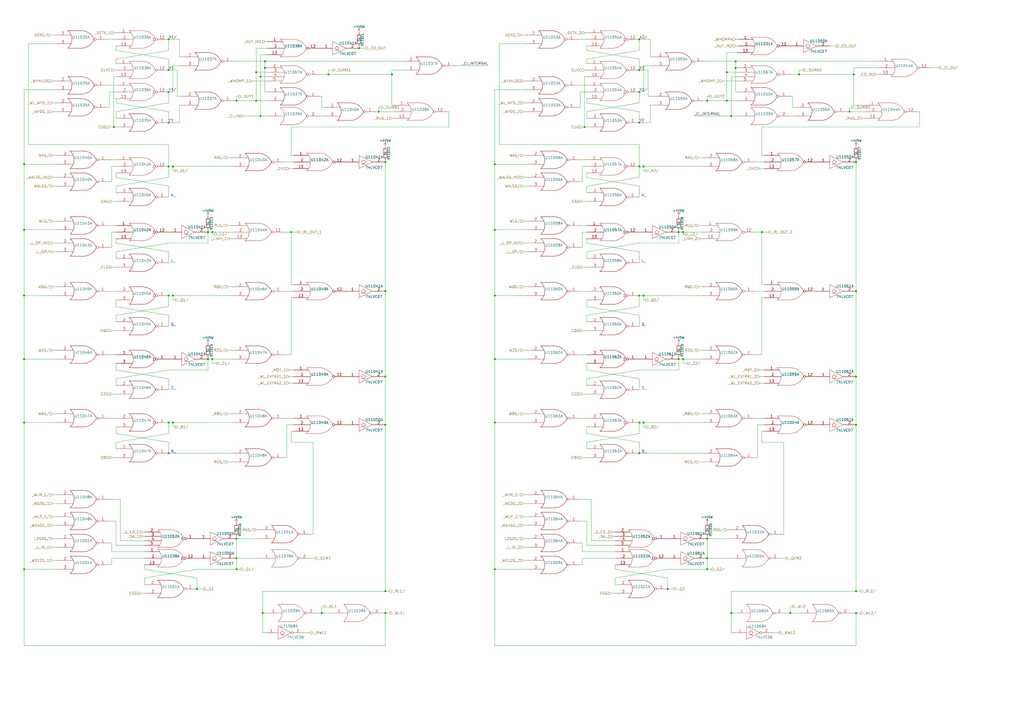
<source format=kicad_sch>
(kicad_sch (version 20211123) (generator eeschema)
  (paper "A2")
  (junction (at 114.3 341.63))
  (junction (at 97.79 245.11))
  (junction (at 396.24 134.62))
  (junction (at 287.02 208.28))
  (junction (at 496.57 218.44))
  (junction (at 373.38 171.45))
  (junction (at 168.91 134.62))
  (junction (at 421.64 58.42))
  (junction (at 97.79 40.64))
  (junction (at 100.33 245.11))
  (junction (at 100.33 171.45))
  (junction (at 66.04 73.66))
  (junction (at 496.57 355.6))
  (junction (at 219.71 64.77))
  (junction (at 492.76 64.77))
  (junction (at 339.09 73.66))
  (junction (at 373.38 96.52))
  (junction (at 153.67 35.56))
  (junction (at 13.97 245.11))
  (junction (at 393.7 134.62))
  (junction (at 13.97 330.2))
  (junction (at 186.69 355.6))
  (junction (at 223.52 168.91))
  (junction (at 496.57 93.98))
  (junction (at 287.02 245.11))
  (junction (at 223.52 218.44))
  (junction (at 151.13 44.45))
  (junction (at 13.97 171.45))
  (junction (at 370.84 262.89))
  (junction (at 426.72 39.37))
  (junction (at 421.64 41.91))
  (junction (at 370.84 22.86))
  (junction (at 100.33 96.52))
  (junction (at 137.16 330.2))
  (junction (at 227.33 43.18))
  (junction (at 97.79 71.12))
  (junction (at 441.96 134.62))
  (junction (at 137.16 323.85))
  (junction (at 370.84 71.12))
  (junction (at 120.65 208.28))
  (junction (at 370.84 53.34))
  (junction (at 370.84 171.45))
  (junction (at 223.52 93.98))
  (junction (at 387.35 341.63))
  (junction (at 97.79 262.89))
  (junction (at 458.47 355.6))
  (junction (at 426.72 35.56))
  (junction (at 148.59 58.42))
  (junction (at 396.24 208.28))
  (junction (at 152.4 355.6))
  (junction (at 223.52 342.9))
  (junction (at 410.21 330.2))
  (junction (at 97.79 171.45))
  (junction (at 287.02 133.35))
  (junction (at 120.65 134.62))
  (junction (at 137.16 312.42))
  (junction (at 410.21 58.42))
  (junction (at 13.97 133.35))
  (junction (at 424.18 355.6))
  (junction (at 496.57 246.38))
  (junction (at 123.19 208.28))
  (junction (at 370.84 245.11))
  (junction (at 287.02 330.2))
  (junction (at 148.59 41.91))
  (junction (at 463.55 43.18))
  (junction (at 13.97 208.28))
  (junction (at 410.21 312.42))
  (junction (at 424.18 67.31))
  (junction (at 223.52 355.6))
  (junction (at 123.19 134.62))
  (junction (at 287.02 95.25))
  (junction (at 208.28 27.94))
  (junction (at 370.84 96.52))
  (junction (at 287.02 171.45))
  (junction (at 495.3 43.18))
  (junction (at 13.97 95.25))
  (junction (at 373.38 245.11))
  (junction (at 370.84 40.64))
  (junction (at 410.21 323.85))
  (junction (at 223.52 246.38))
  (junction (at 151.13 67.31))
  (junction (at 153.67 39.37))
  (junction (at 496.57 342.9))
  (junction (at 97.79 96.52))
  (junction (at 496.57 168.91))
  (junction (at 190.5 43.18))
  (junction (at 97.79 22.86))
  (junction (at 393.7 208.28))
  (junction (at 137.16 58.42))
  (junction (at 97.79 53.34))
  (wire (pts (xy 306.07 304.8) (xy 303.53 304.8)))
  (wire (pts (xy 114.3 330.2) (xy 83.82 335.28)))
  (wire (pts (xy 410.21 312.42) (xy 410.21 323.85)))
  (wire (pts (xy 186.69 62.23) (xy 187.96 62.23)))
  (wire (pts (xy 168.91 205.74) (xy 168.91 172.72)))
  (wire (pts (xy 421.64 58.42) (xy 421.64 41.91)))
  (wire (pts (xy 148.59 27.94) (xy 148.59 41.91)))
  (wire (pts (xy 443.23 93.98) (xy 438.15 93.98)))
  (wire (pts (xy 336.55 130.81) (xy 340.36 130.81)))
  (wire (pts (xy 168.91 134.62) (xy 172.72 134.62)))
  (wire (pts (xy 168.91 172.72) (xy 170.18 172.72)))
  (wire (pts (xy 154.94 46.99) (xy 146.05 46.99)))
  (wire (pts (xy 393.7 214.63) (xy 370.84 214.63)))
  (wire (pts (xy 337.82 143.51) (xy 337.82 134.62)))
  (wire (pts (xy 137.16 323.85) (xy 149.86 323.85)))
  (wire (pts (xy 287.02 245.11) (xy 306.07 245.11)))
  (wire (pts (xy 140.97 67.31) (xy 151.13 67.31)))
  (wire (pts (xy 410.21 58.42) (xy 410.21 55.88)))
  (wire (pts (xy 306.07 240.03) (xy 303.53 240.03)))
  (wire (pts (xy 33.02 102.87) (xy 30.48 102.87)))
  (wire (pts (xy 62.23 22.86) (xy 67.31 22.86)))
  (wire (pts (xy 186.69 355.6) (xy 186.69 351.79)))
  (wire (pts (xy 218.44 64.77) (xy 219.71 64.77)))
  (wire (pts (xy 33.02 140.97) (xy 30.48 140.97)))
  (wire (pts (xy 67.31 64.77) (xy 67.31 68.58)))
  (wire (pts (xy 13.97 171.45) (xy 13.97 208.28)))
  (wire (pts (xy 97.79 22.86) (xy 97.79 29.21)))
  (wire (pts (xy 64.77 134.62) (xy 67.31 134.62)))
  (wire (pts (xy 97.79 53.34) (xy 100.33 53.34)))
  (wire (pts (xy 340.36 182.88) (xy 340.36 186.69)))
  (wire (pts (xy 459.74 55.88) (xy 459.74 62.23)))
  (wire (pts (xy 336.55 105.41) (xy 337.82 105.41)))
  (wire (pts (xy 370.84 64.77) (xy 340.36 59.69)))
  (wire (pts (xy 64.77 314.96) (xy 64.77 320.04)))
  (wire (pts (xy 340.36 107.95) (xy 340.36 111.76)))
  (wire (pts (xy 494.03 355.6) (xy 496.57 355.6)))
  (wire (pts (xy 102.87 55.88) (xy 105.41 55.88)))
  (wire (pts (xy 481.33 26.67) (xy 485.14 26.67)))
  (wire (pts (xy 410.21 311.15) (xy 410.21 312.42)))
  (wire (pts (xy 181.61 256.54) (xy 168.91 256.54)))
  (wire (pts (xy 13.97 208.28) (xy 13.97 245.11)))
  (wire (pts (xy 387.35 330.2) (xy 410.21 330.2)))
  (wire (pts (xy 421.64 41.91) (xy 421.64 30.48)))
  (wire (pts (xy 67.31 40.64) (xy 66.04 40.64)))
  (wire (pts (xy 441.96 172.72) (xy 443.23 172.72)))
  (wire (pts (xy 152.4 355.6) (xy 153.67 355.6)))
  (wire (pts (xy 289.56 25.4) (xy 304.8 25.4)))
  (wire (pts (xy 97.79 152.4) (xy 97.79 146.05)))
  (wire (pts (xy 370.84 71.12) (xy 370.84 64.77)))
  (wire (pts (xy 396.24 134.62) (xy 396.24 135.89)))
  (wire (pts (xy 336.55 53.34) (xy 340.36 53.34)))
  (wire (pts (xy 100.33 53.34) (xy 100.33 38.1)))
  (wire (pts (xy 439.42 265.43) (xy 439.42 246.38)))
  (wire (pts (xy 306.07 90.17) (xy 303.53 90.17)))
  (wire (pts (xy 186.69 355.6) (xy 191.77 355.6)))
  (wire (pts (xy 340.36 40.64) (xy 339.09 40.64)))
  (wire (pts (xy 306.07 140.97) (xy 303.53 140.97)))
  (wire (pts (xy 387.35 341.63) (xy 387.35 335.28)))
  (wire (pts (xy 67.31 154.94) (xy 64.77 154.94)))
  (wire (pts (xy 421.64 30.48) (xy 427.99 30.48)))
  (wire (pts (xy 63.5 205.74) (xy 67.31 205.74)))
  (wire (pts (xy 304.8 52.07) (xy 287.02 52.07)))
  (wire (pts (xy 152.4 342.9) (xy 223.52 342.9)))
  (wire (pts (xy 422.91 307.34) (xy 421.64 307.34)))
  (wire (pts (xy 153.67 39.37) (xy 153.67 53.34)))
  (wire (pts (xy 466.09 40.64) (xy 463.55 40.64)))
  (wire (pts (xy 223.52 246.38) (xy 223.52 342.9)))
  (wire (pts (xy 370.84 96.52) (xy 370.84 102.87)))
  (wire (pts (xy 62.23 62.23) (xy 63.5 62.23)))
  (wire (pts (xy 443.23 168.91) (xy 438.15 168.91)))
  (wire (pts (xy 190.5 43.18) (xy 227.33 43.18)))
  (wire (pts (xy 63.5 302.26) (xy 67.31 302.26)))
  (wire (pts (xy 166.37 246.38) (xy 170.18 246.38)))
  (wire (pts (xy 67.31 182.88) (xy 67.31 186.69)))
  (wire (pts (xy 370.84 83.82) (xy 289.56 83.82)))
  (wire (pts (xy 100.33 96.52) (xy 100.33 99.06)))
  (wire (pts (xy 342.9 289.56) (xy 342.9 313.69)))
  (wire (pts (xy 67.31 116.84) (xy 64.77 116.84)))
  (wire (pts (xy 424.18 342.9) (xy 424.18 355.6)))
  (wire (pts (xy 67.31 251.46) (xy 67.31 247.65)))
  (wire (pts (xy 137.16 312.42) (xy 137.16 323.85)))
  (wire (pts (xy 67.31 191.77) (xy 64.77 191.77)))
  (wire (pts (xy 393.7 208.28) (xy 396.24 208.28)))
  (wire (pts (xy 458.47 355.6) (xy 463.55 355.6)))
  (wire (pts (xy 13.97 330.2) (xy 33.02 330.2)))
  (wire (pts (xy 424.18 67.31) (xy 427.99 67.31)))
  (wire (pts (xy 287.02 95.25) (xy 287.02 133.35)))
  (wire (pts (xy 31.75 59.69) (xy 30.48 59.69)))
  (wire (pts (xy 303.53 287.02) (xy 306.07 287.02)))
  (wire (pts (xy 153.67 35.56) (xy 233.68 35.56)))
  (wire (pts (xy 508 43.18) (xy 509.27 43.18)))
  (wire (pts (xy 336.55 302.26) (xy 340.36 302.26)))
  (wire (pts (xy 137.16 55.88) (xy 138.43 55.88)))
  (wire (pts (xy 370.84 40.64) (xy 375.92 40.64)))
  (wire (pts (xy 370.84 189.23) (xy 370.84 182.88)))
  (wire (pts (xy 396.24 208.28) (xy 396.24 210.82)))
  (wire (pts (xy 495.3 43.18) (xy 495.3 60.96)))
  (wire (pts (xy 496.57 218.44) (xy 496.57 246.38)))
  (wire (pts (xy 337.82 327.66) (xy 337.82 323.85)))
  (wire (pts (xy 154.94 24.13) (xy 153.67 24.13)))
  (wire (pts (xy 100.33 247.65) (xy 101.6 247.65)))
  (wire (pts (xy 120.65 133.35) (xy 120.65 134.62)))
  (wire (pts (xy 168.91 205.74) (xy 165.1 205.74)))
  (wire (pts (xy 30.48 312.42) (xy 33.02 312.42)))
  (wire (pts (xy 340.36 140.97) (xy 340.36 138.43)))
  (wire (pts (xy 151.13 44.45) (xy 154.94 44.45)))
  (wire (pts (xy 407.67 166.37) (xy 405.13 166.37)))
  (wire (pts (xy 377.19 71.12) (xy 377.19 60.96)))
  (wire (pts (xy 208.28 27.94) (xy 208.28 26.67)))
  (wire (pts (xy 496.57 342.9) (xy 499.11 342.9)))
  (wire (pts (xy 100.33 173.99) (xy 101.6 173.99)))
  (wire (pts (xy 370.84 214.63) (xy 340.36 219.71)))
  (wire (pts (xy 83.82 335.28) (xy 83.82 339.09)))
  (wire (pts (xy 441.96 205.74) (xy 441.96 172.72)))
  (wire (pts (xy 370.84 262.89) (xy 407.67 262.89)))
  (wire (pts (xy 336.55 92.71) (xy 340.36 92.71)))
  (wire (pts (xy 407.67 267.97) (xy 405.13 267.97)))
  (wire (pts (xy 410.21 330.2) (xy 412.75 330.2)))
  (wire (pts (xy 393.7 208.28) (xy 393.7 214.63)))
  (wire (pts (xy 134.62 240.03) (xy 132.08 240.03)))
  (wire (pts (xy 287.02 95.25) (xy 306.07 95.25)))
  (wire (pts (xy 370.84 107.95) (xy 340.36 102.87)))
  (wire (pts (xy 455.93 355.6) (xy 458.47 355.6)))
  (wire (pts (xy 402.59 67.31) (xy 424.18 67.31)))
  (wire (pts (xy 67.31 177.8) (xy 67.31 173.99)))
  (wire (pts (xy 306.07 166.37) (xy 303.53 166.37)))
  (wire (pts (xy 340.36 34.29) (xy 340.36 36.83)))
  (wire (pts (xy 180.34 309.88) (xy 181.61 309.88)))
  (wire (pts (xy 64.77 96.52) (xy 67.31 96.52)))
  (wire (pts (xy 13.97 95.25) (xy 13.97 133.35)))
  (wire (pts (xy 370.84 177.8) (xy 340.36 182.88)))
  (wire (pts (xy 67.31 19.05) (xy 66.04 19.05)))
  (wire (pts (xy 33.02 146.05) (xy 30.48 146.05)))
  (wire (pts (xy 306.07 203.2) (xy 303.53 203.2)))
  (wire (pts (xy 340.36 64.77) (xy 340.36 68.58)))
  (wire (pts (xy 137.16 312.42) (xy 149.86 312.42)))
  (wire (pts (xy 104.14 60.96) (xy 105.41 60.96)))
  (wire (pts (xy 67.31 265.43) (xy 64.77 265.43)))
  (wire (pts (xy 63.5 62.23) (xy 63.5 53.34)))
  (wire (pts (xy 67.31 316.23) (xy 83.82 316.23)))
  (wire (pts (xy 424.18 342.9) (xy 496.57 342.9)))
  (wire (pts (xy 306.07 325.12) (xy 303.53 325.12)))
  (wire (pts (xy 114.3 330.2) (xy 137.16 330.2)))
  (wire (pts (xy 373.38 171.45) (xy 373.38 173.99)))
  (wire (pts (xy 306.07 292.1) (xy 303.53 292.1)))
  (wire (pts (xy 83.82 311.15) (xy 82.55 311.15)))
  (wire (pts (xy 370.84 182.88) (xy 340.36 177.8)))
  (wire (pts (xy 407.67 130.81) (xy 405.13 130.81)))
  (wire (pts (xy 440.69 218.44) (xy 443.23 218.44)))
  (wire (pts (xy 137.16 58.42) (xy 148.59 58.42)))
  (wire (pts (xy 335.28 49.53) (xy 340.36 49.53)))
  (wire (pts (xy 340.36 19.05) (xy 339.09 19.05)))
  (wire (pts (xy 227.33 60.96) (xy 228.6 60.96)))
  (wire (pts (xy 33.02 203.2) (xy 30.48 203.2)))
  (wire (pts (xy 33.02 325.12) (xy 30.48 325.12)))
  (wire (pts (xy 165.1 134.62) (xy 168.91 134.62)))
  (wire (pts (xy 104.14 71.12) (xy 97.79 71.12)))
  (wire (pts (xy 97.79 189.23) (xy 97.79 182.88)))
  (wire (pts (xy 393.7 133.35) (xy 393.7 134.62)))
  (wire (pts (xy 97.79 96.52) (xy 97.79 102.87)))
  (wire (pts (xy 373.38 96.52) (xy 407.67 96.52)))
  (wire (pts (xy 340.36 256.54) (xy 340.36 260.35)))
  (wire (pts (xy 387.35 330.2) (xy 356.87 335.28)))
  (wire (pts (xy 13.97 208.28) (xy 33.02 208.28)))
  (wire (pts (xy 287.02 330.2) (xy 306.07 330.2)))
  (wire (pts (xy 373.38 173.99) (xy 374.65 173.99)))
  (wire (pts (xy 69.85 289.56) (xy 69.85 313.69)))
  (wire (pts (xy 370.84 59.69) (xy 340.36 64.77)))
  (wire (pts (xy 410.21 312.42) (xy 422.91 312.42)))
  (wire (pts (xy 370.84 152.4) (xy 370.84 146.05)))
  (wire (pts (xy 370.84 102.87) (xy 340.36 107.95)))
  (wire (pts (xy 336.55 168.91) (xy 340.36 168.91)))
  (wire (pts (xy 100.33 245.11) (xy 100.33 247.65)))
  (wire (pts (xy 170.18 93.98) (xy 165.1 93.98)))
  (wire (pts (xy 458.47 43.18) (xy 463.55 43.18)))
  (wire (pts (xy 186.69 351.79) (xy 187.96 351.79)))
  (wire (pts (xy 289.56 83.82) (xy 289.56 25.4)))
  (wire (pts (xy 396.24 208.28) (xy 407.67 208.28)))
  (wire (pts (xy 13.97 171.45) (xy 33.02 171.45)))
  (wire (pts (xy 441.96 165.1) (xy 443.23 165.1)))
  (wire (pts (xy 63.5 92.71) (xy 67.31 92.71)))
  (wire (pts (xy 454.66 309.88) (xy 454.66 256.54)))
  (wire (pts (xy 427.99 22.86) (xy 426.72 22.86)))
  (wire (pts (xy 63.5 105.41) (xy 64.77 105.41)))
  (wire (pts (xy 97.79 177.8) (xy 67.31 182.88)))
  (wire (pts (xy 100.33 171.45) (xy 100.33 173.99)))
  (wire (pts (xy 137.16 330.2) (xy 139.7 330.2)))
  (wire (pts (xy 123.19 135.89) (xy 124.46 135.89)))
  (wire (pts (xy 370.84 256.54) (xy 340.36 251.46)))
  (wire (pts (xy 33.02 240.03) (xy 30.48 240.03)))
  (wire (pts (xy 370.84 146.05) (xy 340.36 140.97)))
  (wire (pts (xy 63.5 289.56) (xy 69.85 289.56)))
  (wire (pts (xy 151.13 31.75) (xy 154.94 31.75)))
  (wire (pts (xy 227.33 43.18) (xy 227.33 60.96)))
  (wire (pts (xy 387.35 341.63) (xy 391.16 341.63)))
  (wire (pts (xy 440.69 97.79) (xy 443.23 97.79)))
  (wire (pts (xy 104.14 71.12) (xy 104.14 60.96)))
  (wire (pts (xy 407.67 91.44) (xy 405.13 91.44)))
  (wire (pts (xy 63.5 130.81) (xy 67.31 130.81)))
  (wire (pts (xy 180.34 323.85) (xy 182.88 323.85)))
  (wire (pts (xy 370.84 53.34) (xy 373.38 53.34)))
  (wire (pts (xy 370.84 96.52) (xy 373.38 96.52)))
  (wire (pts (xy 97.79 40.64) (xy 97.79 34.29)))
  (wire (pts (xy 97.79 146.05) (xy 67.31 140.97)))
  (wire (pts (xy 340.36 251.46) (xy 340.36 247.65)))
  (wire (pts (xy 438.15 134.62) (xy 441.96 134.62)))
  (wire (pts (xy 287.02 330.2) (xy 287.02 374.65)))
  (wire (pts (xy 532.13 64.77) (xy 533.4 64.77)))
  (wire (pts (xy 134.62 91.44) (xy 132.08 91.44)))
  (wire (pts (xy 97.79 262.89) (xy 134.62 262.89)))
  (wire (pts (xy 370.84 40.64) (xy 370.84 34.29)))
  (wire (pts (xy 64.77 327.66) (xy 64.77 323.85)))
  (wire (pts (xy 97.79 114.3) (xy 97.79 107.95)))
  (wire (pts (xy 97.79 40.64) (xy 102.87 40.64)))
  (wire (pts (xy 134.62 138.43) (xy 133.35 138.43)))
  (wire (pts (xy 448.31 367.03) (xy 452.12 367.03)))
  (wire (pts (xy 153.67 53.34) (xy 154.94 53.34)))
  (wire (pts (xy 533.4 73.66) (xy 441.96 73.66)))
  (wire (pts (xy 370.84 53.34) (xy 370.84 59.69)))
  (wire (pts (xy 438.15 242.57) (xy 443.23 242.57)))
  (wire (pts (xy 151.13 31.75) (xy 151.13 44.45)))
  (wire (pts (xy 370.84 29.21) (xy 340.36 34.29)))
  (wire (pts (xy 303.53 312.42) (xy 306.07 312.42)))
  (wire (pts (xy 100.33 96.52) (xy 134.62 96.52)))
  (wire (pts (xy 31.75 52.07) (xy 13.97 52.07)))
  (wire (pts (xy 335.28 62.23) (xy 336.55 62.23)))
  (wire (pts (xy 97.79 107.95) (xy 67.31 102.87)))
  (wire (pts (xy 223.52 92.71) (xy 223.52 93.98)))
  (wire (pts (xy 67.31 302.26) (xy 67.31 316.23)))
  (wire (pts (xy 120.65 134.62) (xy 123.19 134.62)))
  (wire (pts (xy 370.84 171.45) (xy 370.84 177.8)))
  (wire (pts (xy 340.36 191.77) (xy 337.82 191.77)))
  (wire (pts (xy 260.35 64.77) (xy 260.35 73.66)))
  (wire (pts (xy 426.72 35.56) (xy 509.27 35.56)))
  (wire (pts (xy 63.5 168.91) (xy 67.31 168.91)))
  (wire (pts (xy 69.85 313.69) (xy 83.82 313.69)))
  (wire (pts (xy 336.55 327.66) (xy 337.82 327.66)))
  (wire (pts (xy 100.33 245.11) (xy 134.62 245.11)))
  (wire (pts (xy 492.76 64.77) (xy 501.65 64.77)))
  (wire (pts (xy 167.64 218.44) (xy 170.18 218.44)))
  (wire (pts (xy 373.38 247.65) (xy 374.65 247.65)))
  (wire (pts (xy 340.36 302.26) (xy 340.36 316.23)))
  (wire (pts (xy 424.18 355.6) (xy 425.45 355.6)))
  (wire (pts (xy 97.79 182.88) (xy 67.31 177.8)))
  (wire (pts (xy 393.7 134.62) (xy 396.24 134.62)))
  (wire (pts (xy 410.21 55.88) (xy 411.48 55.88)))
  (wire (pts (xy 123.19 208.28) (xy 134.62 208.28)))
  (wire (pts (xy 13.97 245.11) (xy 13.97 330.2)))
  (wire (pts (xy 370.84 226.06) (xy 370.84 219.71)))
  (wire (pts (xy 219.71 62.23) (xy 220.98 62.23)))
  (wire (pts (xy 377.19 60.96) (xy 378.46 60.96)))
  (wire (pts (xy 370.84 22.86) (xy 377.19 22.86)))
  (wire (pts (xy 458.47 67.31) (xy 461.01 67.31)))
  (wire (pts (xy 336.55 143.51) (xy 337.82 143.51)))
  (wire (pts (xy 427.99 46.99) (xy 419.1 46.99)))
  (wire (pts (xy 337.82 134.62) (xy 340.36 134.62)))
  (wire (pts (xy 97.79 245.11) (xy 97.79 251.46)))
  (wire (pts (xy 120.65 207.01) (xy 120.65 208.28)))
  (wire (pts (xy 336.55 205.74) (xy 340.36 205.74)))
  (wire (pts (xy 67.31 214.63) (xy 67.31 210.82)))
  (wire (pts (xy 64.77 105.41) (xy 64.77 96.52)))
  (wire (pts (xy 393.7 140.97) (xy 370.84 140.97)))
  (wire (pts (xy 496.57 374.65) (xy 287.02 374.65)))
  (wire (pts (xy 66.04 73.66) (xy 66.04 44.45)))
  (wire (pts (xy 13.97 133.35) (xy 13.97 171.45)))
  (wire (pts (xy 33.02 107.95) (xy 30.48 107.95)))
  (wire (pts (xy 304.8 59.69) (xy 303.53 59.69)))
  (wire (pts (xy 438.15 265.43) (xy 439.42 265.43)))
  (wire (pts (xy 287.02 171.45) (xy 287.02 208.28)))
  (wire (pts (xy 426.72 53.34) (xy 427.99 53.34)))
  (wire (pts (xy 148.59 41.91) (xy 154.94 41.91)))
  (wire (pts (xy 306.07 128.27) (xy 303.53 128.27)))
  (wire (pts (xy 97.79 245.11) (xy 100.33 245.11)))
  (wire (pts (xy 148.59 41.91) (xy 148.59 58.42)))
  (wire (pts (xy 370.84 22.86) (xy 370.84 29.21)))
  (wire (pts (xy 13.97 133.35) (xy 33.02 133.35)))
  (wire (pts (xy 496.57 246.38) (xy 496.57 342.9)))
  (wire (pts (xy 496.57 92.71) (xy 496.57 93.98)))
  (wire (pts (xy 337.82 73.66) (xy 339.09 73.66)))
  (wire (pts (xy 336.55 242.57) (xy 340.36 242.57)))
  (wire (pts (xy 97.79 219.71) (xy 67.31 214.63)))
  (wire (pts (xy 441.96 134.62) (xy 441.96 165.1)))
  (wire (pts (xy 373.38 245.11) (xy 407.67 245.11)))
  (wire (pts (xy 83.82 344.17) (xy 81.28 344.17)))
  (wire (pts (xy 377.19 71.12) (xy 370.84 71.12)))
  (wire (pts (xy 148.59 27.94) (xy 154.94 27.94)))
  (wire (pts (xy 67.31 102.87) (xy 67.31 100.33)))
  (wire (pts (xy 185.42 67.31) (xy 187.96 67.31)))
  (wire (pts (xy 64.77 323.85) (xy 83.82 323.85)))
  (wire (pts (xy 426.72 35.56) (xy 426.72 39.37)))
  (wire (pts (xy 287.02 133.35) (xy 306.07 133.35)))
  (wire (pts (xy 67.31 59.69) (xy 67.31 57.15)))
  (wire (pts (xy 193.04 40.64) (xy 190.5 40.64)))
  (wire (pts (xy 287.02 171.45) (xy 306.07 171.45)))
  (wire (pts (xy 97.79 171.45) (xy 97.79 177.8)))
  (wire (pts (xy 97.79 83.82) (xy 97.79 96.52)))
  (wire (pts (xy 304.8 20.32) (xy 302.26 20.32)))
  (wire (pts (xy 336.55 289.56) (xy 342.9 289.56)))
  (wire (pts (xy 152.4 342.9) (xy 152.4 355.6)))
  (wire (pts (xy 97.79 71.12) (xy 97.79 64.77)))
  (wire (pts (xy 463.55 40.64) (xy 463.55 43.18)))
  (wire (pts (xy 16.51 25.4) (xy 31.75 25.4)))
  (wire (pts (xy 410.21 323.85) (xy 422.91 323.85)))
  (wire (pts (xy 287.02 208.28) (xy 287.02 245.11)))
  (wire (pts (xy 335.28 22.86) (xy 340.36 22.86)))
  (wire (pts (xy 393.7 134.62) (xy 393.7 140.97)))
  (wire (pts (xy 373.38 96.52) (xy 373.38 99.06)))
  (wire (pts (xy 223.52 218.44) (xy 223.52 246.38)))
  (wire (pts (xy 340.36 219.71) (xy 340.36 223.52)))
  (wire (pts (xy 342.9 313.69) (xy 356.87 313.69)))
  (wire (pts (xy 337.82 323.85) (xy 356.87 323.85)))
  (wire (pts (xy 304.8 46.99) (xy 303.53 46.99)))
  (wire (pts (xy 306.07 107.95) (xy 303.53 107.95)))
  (wire (pts (xy 223.52 93.98) (xy 223.52 168.91)))
  (wire (pts (xy 190.5 40.64) (xy 190.5 43.18)))
  (wire (pts (xy 337.82 105.41) (xy 337.82 96.52)))
  (wire (pts (xy 458.47 351.79) (xy 459.74 351.79)))
  (wire (pts (xy 223.52 374.65) (xy 13.97 374.65)))
  (wire (pts (xy 495.3 39.37) (xy 495.3 43.18)))
  (wire (pts (xy 356.87 330.2) (xy 356.87 327.66)))
  (wire (pts (xy 223.52 342.9) (xy 226.06 342.9)))
  (wire (pts (xy 377.19 22.86) (xy 377.19 33.02)))
  (wire (pts (xy 336.55 62.23) (xy 336.55 53.34)))
  (wire (pts (xy 67.31 140.97) (xy 67.31 138.43)))
  (wire (pts (xy 168.91 250.19) (xy 168.91 256.54)))
  (wire (pts (xy 33.02 90.17) (xy 30.48 90.17)))
  (wire (pts (xy 148.59 58.42) (xy 154.94 58.42)))
  (wire (pts (xy 491.49 64.77) (xy 492.76 64.77)))
  (wire (pts (xy 83.82 330.2) (xy 83.82 327.66)))
  (wire (pts (xy 30.48 299.72) (xy 33.02 299.72)))
  (wire (pts (xy 407.67 138.43) (xy 406.4 138.43)))
  (wire (pts (xy 501.65 68.58) (xy 500.38 68.58)))
  (wire (pts (xy 137.16 311.15) (xy 137.16 312.42)))
  (wire (pts (xy 458.47 55.88) (xy 459.74 55.88)))
  (wire (pts (xy 223.52 355.6) (xy 226.06 355.6)))
  (wire (pts (xy 137.16 58.42) (xy 137.16 55.88)))
  (wire (pts (xy 134.62 166.37) (xy 132.08 166.37)))
  (wire (pts (xy 67.31 29.21) (xy 67.31 26.67)))
  (wire (pts (xy 185.42 43.18) (xy 190.5 43.18)))
  (wire (pts (xy 424.18 367.03) (xy 425.45 367.03)))
  (wire (pts (xy 439.42 246.38) (xy 443.23 246.38)))
  (wire (pts (xy 185.42 55.88) (xy 186.69 55.88)))
  (wire (pts (xy 356.87 308.61) (xy 355.6 308.61)))
  (wire (pts (xy 227.33 40.64) (xy 233.68 40.64)))
  (wire (pts (xy 120.65 134.62) (xy 120.65 140.97)))
  (wire (pts (xy 63.5 73.66) (xy 66.04 73.66)))
  (wire (pts (xy 441.96 134.62) (xy 445.77 134.62)))
  (wire (pts (xy 152.4 367.03) (xy 153.67 367.03)))
  (wire (pts (xy 134.62 267.97) (xy 132.08 267.97)))
  (wire (pts (xy 339.09 73.66) (xy 339.09 44.45)))
  (wire (pts (xy 408.94 58.42) (xy 410.21 58.42)))
  (wire (pts (xy 97.79 251.46) (xy 67.31 256.54)))
  (wire (pts (xy 166.37 265.43) (xy 166.37 246.38)))
  (wire (pts (xy 153.67 39.37) (xy 154.94 39.37)))
  (wire (pts (xy 168.91 134.62) (xy 168.91 165.1)))
  (wire (pts (xy 181.61 309.88) (xy 181.61 256.54)))
  (wire (pts (xy 340.36 228.6) (xy 337.82 228.6)))
  (wire (pts (xy 396.24 134.62) (xy 407.67 134.62)))
  (wire (pts (xy 168.91 90.17) (xy 170.18 90.17)))
  (wire (pts (xy 30.48 287.02) (xy 33.02 287.02)))
  (wire (pts (xy 67.31 219.71) (xy 67.31 223.52)))
  (wire (pts (xy 120.65 214.63) (xy 97.79 214.63)))
  (wire (pts (xy 13.97 95.25) (xy 33.02 95.25)))
  (wire (pts (xy 151.13 67.31) (xy 154.94 67.31)))
  (wire (pts (xy 340.36 214.63) (xy 340.36 210.82)))
  (wire (pts (xy 97.79 214.63) (xy 67.31 219.71)))
  (wire (pts (xy 137.16 323.85) (xy 137.16 330.2)))
  (wire (pts (xy 66.04 73.66) (xy 67.31 73.66)))
  (wire (pts (xy 227.33 40.64) (xy 227.33 43.18)))
  (wire (pts (xy 165.1 242.57) (xy 170.18 242.57)))
  (wire (pts (xy 168.91 73.66) (xy 168.91 90.17)))
  (wire (pts (xy 339.09 44.45) (xy 340.36 44.45)))
  (wire (pts (xy 421.64 58.42) (xy 427.99 58.42)))
  (wire (pts (xy 370.84 245.11) (xy 370.84 251.46)))
  (wire (pts (xy 184.15 355.6) (xy 186.69 355.6)))
  (wire (pts (xy 83.82 308.61) (xy 82.55 308.61)))
  (wire (pts (xy 13.97 245.11) (xy 33.02 245.11)))
  (wire (pts (xy 340.36 154.94) (xy 337.82 154.94)))
  (wire (pts (xy 170.18 222.25) (xy 167.64 222.25)))
  (wire (pts (xy 306.07 146.05) (xy 303.53 146.05)))
  (wire (pts (xy 375.92 40.64) (xy 375.92 55.88)))
  (wire (pts (xy 123.19 210.82) (xy 125.73 210.82)))
  (wire (pts (xy 336.55 314.96) (xy 337.82 314.96)))
  (wire (pts (xy 13.97 52.07) (xy 13.97 95.25)))
  (wire (pts (xy 97.79 140.97) (xy 67.31 146.05)))
  (wire (pts (xy 67.31 256.54) (xy 67.31 260.35)))
  (wire (pts (xy 97.79 34.29) (xy 67.31 29.21)))
  (wire (pts (xy 454.66 256.54) (xy 441.96 256.54)))
  (wire (pts (xy 33.02 128.27) (xy 30.48 128.27)))
  (wire (pts (xy 152.4 355.6) (xy 152.4 367.03)))
  (wire (pts (xy 97.79 22.86) (xy 104.14 22.86)))
  (wire (pts (xy 63.5 143.51) (xy 64.77 143.51)))
  (wire (pts (xy 153.67 35.56) (xy 153.67 39.37)))
  (wire (pts (xy 373.38 99.06) (xy 374.65 99.06)))
  (wire (pts (xy 97.79 53.34) (xy 97.79 59.69)))
  (wire (pts (xy 495.3 60.96) (xy 501.65 60.96)))
  (wire (pts (xy 135.89 35.56) (xy 153.67 35.56)))
  (wire (pts (xy 33.02 317.5) (xy 30.48 317.5)))
  (wire (pts (xy 97.79 64.77) (xy 67.31 59.69)))
  (wire (pts (xy 533.4 64.77) (xy 533.4 73.66)))
  (wire (pts (xy 63.5 242.57) (xy 67.31 242.57)))
  (wire (pts (xy 306.07 102.87) (xy 303.53 102.87)))
  (wire (pts (xy 170.18 250.19) (xy 168.91 250.19)))
  (wire (pts (xy 356.87 344.17) (xy 354.33 344.17)))
  (wire (pts (xy 63.5 53.34) (xy 67.31 53.34)))
  (wire (pts (xy 443.23 222.25) (xy 440.69 222.25)))
  (wire (pts (xy 97.79 226.06) (xy 97.79 219.71)))
  (wire (pts (xy 458.47 355.6) (xy 458.47 351.79)))
  (wire (pts (xy 63.5 314.96) (xy 64.77 314.96)))
  (wire (pts (xy 120.65 140.97) (xy 97.79 140.97)))
  (wire (pts (xy 33.02 292.1) (xy 30.48 292.1)))
  (wire (pts (xy 496.57 168.91) (xy 496.57 218.44)))
  (wire (pts (xy 370.84 262.89) (xy 370.84 256.54)))
  (wire (pts (xy 228.6 68.58) (xy 227.33 68.58)))
  (wire (pts (xy 33.02 166.37) (xy 30.48 166.37)))
  (wire (pts (xy 496.57 355.6) (xy 499.11 355.6)))
  (wire (pts (xy 104.14 22.86) (xy 104.14 33.02)))
  (wire (pts (xy 123.19 208.28) (xy 123.19 210.82)))
  (wire (pts (xy 421.64 41.91) (xy 427.99 41.91)))
  (wire (pts (xy 16.51 83.82) (xy 16.51 25.4)))
  (wire (pts (xy 453.39 309.88) (xy 454.66 309.88)))
  (wire (pts (xy 208.28 27.94) (xy 212.09 27.94)))
  (wire (pts (xy 97.79 59.69) (xy 67.31 64.77)))
  (wire (pts (xy 396.24 210.82) (xy 398.78 210.82)))
  (wire (pts (xy 100.33 99.06) (xy 101.6 99.06)))
  (wire (pts (xy 370.84 34.29) (xy 340.36 29.21)))
  (wire (pts (xy 408.94 35.56) (xy 426.72 35.56)))
  (wire (pts (xy 337.82 320.04) (xy 356.87 320.04)))
  (wire (pts (xy 66.04 44.45) (xy 67.31 44.45)))
  (wire (pts (xy 337.82 96.52) (xy 340.36 96.52)))
  (wire (pts (xy 340.36 59.69) (xy 340.36 57.15)))
  (wire (pts (xy 287.02 52.07) (xy 287.02 95.25)))
  (wire (pts (xy 168.91 165.1) (xy 170.18 165.1)))
  (wire (pts (xy 134.62 130.81) (xy 132.08 130.81)))
  (wire (pts (xy 443.23 250.19) (xy 441.96 250.19)))
  (wire (pts (xy 373.38 38.1) (xy 378.46 38.1)))
  (wire (pts (xy 387.35 335.28) (xy 356.87 330.2)))
  (wire (pts (xy 31.75 64.77) (xy 30.48 64.77)))
  (wire (pts (xy 424.18 44.45) (xy 424.18 67.31)))
  (wire (pts (xy 427.99 26.67) (xy 426.72 26.67)))
  (wire (pts (xy 441.96 73.66) (xy 441.96 90.17)))
  (wire (pts (xy 496.57 355.6) (xy 496.57 374.65)))
  (wire (pts (xy 97.79 256.54) (xy 67.31 251.46)))
  (wire (pts (xy 287.02 245.11) (xy 287.02 330.2)))
  (wire (pts (xy 393.7 207.01) (xy 393.7 208.28)))
  (wire (pts (xy 62.23 49.53) (xy 67.31 49.53)))
  (wire (pts (xy 100.33 171.45) (xy 134.62 171.45)))
  (wire (pts (xy 375.92 55.88) (xy 378.46 55.88)))
  (wire (pts (xy 340.36 146.05) (xy 340.36 149.86)))
  (wire (pts (xy 287.02 208.28) (xy 306.07 208.28)))
  (wire (pts (xy 114.3 335.28) (xy 83.82 330.2)))
  (wire (pts (xy 441.96 90.17) (xy 443.23 90.17)))
  (wire (pts (xy 97.79 262.89) (xy 97.79 256.54)))
  (wire (pts (xy 219.71 64.77) (xy 228.6 64.77)))
  (wire (pts (xy 123.19 134.62) (xy 123.19 135.89)))
  (wire (pts (xy 377.19 33.02) (xy 378.46 33.02)))
  (wire (pts (xy 176.53 367.03) (xy 180.34 367.03)))
  (wire (pts (xy 134.62 203.2) (xy 132.08 203.2)))
  (wire (pts (xy 370.84 140.97) (xy 340.36 146.05)))
  (wire (pts (xy 151.13 44.45) (xy 151.13 67.31)))
  (wire (pts (xy 340.36 116.84) (xy 337.82 116.84)))
  (wire (pts (xy 13.97 330.2) (xy 13.97 374.65)))
  (wire (pts (xy 441.96 205.74) (xy 438.15 205.74)))
  (wire (pts (xy 373.38 53.34) (xy 373.38 38.1)))
  (wire (pts (xy 97.79 171.45) (xy 100.33 171.45)))
  (wire (pts (xy 223.52 355.6) (xy 223.52 374.65)))
  (wire (pts (xy 426.72 39.37) (xy 427.99 39.37)))
  (wire (pts (xy 492.76 62.23) (xy 494.03 62.23)))
  (wire (pts (xy 223.52 168.91) (xy 223.52 218.44)))
  (wire (pts (xy 370.84 251.46) (xy 340.36 256.54)))
  (wire (pts (xy 340.36 29.21) (xy 340.36 26.67)))
  (wire (pts (xy 496.57 93.98) (xy 496.57 168.91)))
  (wire (pts (xy 443.23 214.63) (xy 440.69 214.63)))
  (wire (pts (xy 63.5 327.66) (xy 64.77 327.66)))
  (wire (pts (xy 340.36 316.23) (xy 356.87 316.23)))
  (wire (pts (xy 426.72 39.37) (xy 426.72 53.34)))
  (wire (pts (xy 167.64 97.79) (xy 170.18 97.79)))
  (wire (pts (xy 370.84 219.71) (xy 340.36 214.63)))
  (wire (pts (xy 459.74 62.23) (xy 461.01 62.23)))
  (wire (pts (xy 492.76 64.77) (xy 492.76 62.23)))
  (wire (pts (xy 495.3 39.37) (xy 509.27 39.37)))
  (wire (pts (xy 64.77 320.04) (xy 83.82 320.04)))
  (wire (pts (xy 340.36 177.8) (xy 340.36 173.99)))
  (wire (pts (xy 135.89 58.42) (xy 137.16 58.42)))
  (wire (pts (xy 149.86 307.34) (xy 148.59 307.34)))
  (wire (pts (xy 410.21 58.42) (xy 421.64 58.42)))
  (wire (pts (xy 539.75 39.37) (xy 544.83 39.37)))
  (wire (pts (xy 222.25 355.6) (xy 223.52 355.6)))
  (wire (pts (xy 463.55 43.18) (xy 495.3 43.18)))
  (wire (pts (xy 356.87 311.15) (xy 355.6 311.15)))
  (wire (pts (xy 287.02 133.35) (xy 287.02 171.45)))
  (wire (pts (xy 337.82 314.96) (xy 337.82 320.04)))
  (wire (pts (xy 97.79 29.21) (xy 67.31 34.29)))
  (wire (pts (xy 260.35 73.66) (xy 168.91 73.66)))
  (wire (pts (xy 67.31 107.95) (xy 67.31 111.76)))
  (wire (pts (xy 453.39 323.85) (xy 455.93 323.85)))
  (wire (pts (xy 120.65 208.28) (xy 120.65 214.63)))
  (wire (pts (xy 97.79 102.87) (xy 67.31 107.95)))
  (wire (pts (xy 67.31 34.29) (xy 67.31 36.83)))
  (wire (pts (xy 441.96 250.19) (xy 441.96 256.54)))
  (wire (pts (xy 303.53 299.72) (xy 306.07 299.72)))
  (wire (pts (xy 102.87 40.64) (xy 102.87 55.88)))
  (wire (pts (xy 304.8 64.77) (xy 303.53 64.77)))
  (wire (pts (xy 424.18 355.6) (xy 424.18 367.03)))
  (wire (pts (xy 219.71 64.77) (xy 219.71 62.23)))
  (wire (pts (xy 370.84 83.82) (xy 370.84 96.52)))
  (wire (pts (xy 120.65 208.28) (xy 123.19 208.28)))
  (wire (pts (xy 165.1 265.43) (xy 166.37 265.43)))
  (wire (pts (xy 170.18 214.63) (xy 167.64 214.63)))
  (wire (pts (xy 306.07 317.5) (xy 303.53 317.5)))
  (wire (pts (xy 259.08 64.77) (xy 260.35 64.77)))
  (wire (pts (xy 64.77 143.51) (xy 64.77 134.62)))
  (wire (pts (xy 97.79 83.82) (xy 16.51 83.82)))
  (wire (pts (xy 114.3 341.63) (xy 114.3 335.28)))
  (wire (pts (xy 407.67 240.03) (xy 405.13 240.03)))
  (wire (pts (xy 373.38 245.11) (xy 373.38 247.65)))
  (wire (pts (xy 370.84 245.11) (xy 373.38 245.11)))
  (wire (pts (xy 427.99 44.45) (xy 424.18 44.45)))
  (wire (pts (xy 370.84 171.45) (xy 373.38 171.45)))
  (wire (pts (xy 67.31 146.05) (xy 67.31 149.86)))
  (wire (pts (xy 407.67 203.2) (xy 405.13 203.2)))
  (wire (pts (xy 340.36 102.87) (xy 340.36 100.33)))
  (wire (pts (xy 100.33 38.1) (xy 105.41 38.1)))
  (wire (pts (xy 356.87 335.28) (xy 356.87 339.09)))
  (wire (pts (xy 170.18 168.91) (xy 165.1 168.91)))
  (wire (pts (xy 410.21 323.85) (xy 410.21 330.2)))
  (wire (pts (xy 339.09 73.66) (xy 340.36 73.66)))
  (wire (pts (xy 123.19 134.62) (xy 134.62 134.62)))
  (wire (pts (xy 186.69 55.88) (xy 186.69 62.23)))
  (wire (pts (xy 31.75 20.32) (xy 29.21 20.32)))
  (wire (pts (xy 114.3 341.63) (xy 118.11 341.63)))
  (wire (pts (xy 31.75 46.99) (xy 30.48 46.99)))
  (wire (pts (xy 373.38 171.45) (xy 407.67 171.45)))
  (wire (pts (xy 67.31 228.6) (xy 64.77 228.6)))
  (wire (pts (xy 104.14 33.02) (xy 105.41 33.02)))
  (wire (pts (xy 396.24 135.89) (xy 397.51 135.89)))
  (wire (pts (xy 97.79 96.52) (xy 100.33 96.52)))
  (wire (pts (xy 370.84 114.3) (xy 370.84 107.95)))
  (wire (pts (xy 264.16 38.1) (xy 283.21 38.1)))
  (wire (pts (xy 340.36 265.43) (xy 337.82 265.43)))
  (wire (pts (xy 33.02 304.8) (xy 30.48 304.8)))
  (text "A_" (at 99.06 114.3 0) (effects (font (size 1.524 1.524)) (justify left bottom)))
  (text "L_" (at 99.06 152.4 0) (effects (font (size 1.524 1.524)) (justify left bottom)))
  (text "Z_" (at 372.11 226.06 0) (effects (font (size 1.524 1.524)) (justify left bottom)))
  (text "B_" (at 372.11 262.89 0) (effects (font (size 1.524 1.524)) (justify left bottom)))
  (text "B_" (at 99.06 262.89 0) (effects (font (size 1.524 1.524)) (justify left bottom)))
  (text "L_" (at 372.11 152.4 0) (effects (font (size 1.524 1.524)) (justify left bottom)))
  (text "Q_" (at 372.11 189.23 0) (effects (font (size 1.524 1.524)) (justify left bottom)))
  (text "Q_" (at 99.06 189.23 0) (effects (font (size 1.524 1.524)) (justify left bottom)))
  (text "A_" (at 372.11 114.3 0) (effects (font (size 1.524 1.524)) (justify left bottom)))
  (text "Z_" (at 99.06 226.06 0) (effects (font (size 1.524 1.524)) (justify left bottom)))
  (label "X1/" (at 97.79 22.86 0) (effects (font (size 1.524 1.524))))
  (label "X2/" (at 370.84 22.86 0) (effects (font (size 1.524 1.524))))
  (label "X1" (at 97.79 40.64 0) (effects (font (size 1.524 1.524))))
  (label "Y2/" (at 370.84 53.34 0) (effects (font (size 1.524 1.524))))
  (label "X2" (at 370.84 40.64 0) (effects (font (size 1.524 1.524))))
  (label "Y1/" (at 97.79 53.34 0) (effects (font (size 1.524 1.524))))
  (label "_CI_INTERNAL" (at 283.21 38.1 180) (effects (font (size 1.524 1.524))))
  (label "Y1" (at 97.79 71.12 0) (effects (font (size 1.524 1.524))))
  (label "_CI_INTERNAL" (at 402.59 67.31 0) (effects (font (size 1.524 1.524))))
  (label "Y2" (at 370.84 71.12 0) (effects (font (size 1.524 1.524))))
  (hierarchical_label "L2GDG/" (shape input) (at 303.53 312.42 180) (effects (font (size 1.524 1.524))))
  (hierarchical_label "CUG" (shape input) (at 63.5 73.66 180) (effects (font (size 1.524 1.524))))
  (hierarchical_label "_CI_IN" (shape input) (at 140.97 67.31 180) (effects (font (size 1.524 1.524))))
  (hierarchical_label "RZG/" (shape input) (at 132.08 203.2 180) (effects (font (size 1.524 1.524))))
  (hierarchical_label "_GEM2" (shape output) (at 455.93 323.85 0) (effects (font (size 1.524 1.524))))
  (hierarchical_label "_MDT_2" (shape input) (at 440.69 214.63 180) (effects (font (size 1.524 1.524))))
  (hierarchical_label "_WG3G_2" (shape input) (at 303.53 292.1 180) (effects (font (size 1.524 1.524))))
  (hierarchical_label "_G1/" (shape output) (at 139.7 330.2 0) (effects (font (size 1.524 1.524))))
  (hierarchical_label "_A2/" (shape output) (at 374.65 99.06 0) (effects (font (size 1.524 1.524))))
  (hierarchical_label "_Z2/" (shape output) (at 398.78 210.82 0) (effects (font (size 1.524 1.524))))
  (hierarchical_label "_L_OP_IN1" (shape input) (at 30.48 140.97 180) (effects (font (size 1.524 1.524))))
  (hierarchical_label "_B1/" (shape output) (at 101.6 247.65 0) (effects (font (size 1.524 1.524))))
  (hierarchical_label "RLG/" (shape input) (at 405.13 130.81 180) (effects (font (size 1.524 1.524))))
  (hierarchical_label "CAG" (shape input) (at 337.82 116.84 180) (effects (font (size 1.524 1.524))))
  (hierarchical_label "_WL1" (shape output) (at 187.96 351.79 0) (effects (font (size 1.524 1.524))))
  (hierarchical_label "_WYHILOG" (shape input) (at 30.48 46.99 180) (effects (font (size 1.524 1.524))))
  (hierarchical_label "WZG/" (shape input) (at 303.53 203.2 180) (effects (font (size 1.524 1.524))))
  (hierarchical_label "_RBG/" (shape input) (at 132.08 240.03 180) (effects (font (size 1.524 1.524))))
  (hierarchical_label "_WLP_1/" (shape input) (at 30.48 299.72 180) (effects (font (size 1.524 1.524))))
  (hierarchical_label "WBG/" (shape input) (at 303.53 240.03 180) (effects (font (size 1.524 1.524))))
  (hierarchical_label "_SETX_1" (shape input) (at 66.04 19.05 180) (effects (font (size 1.524 1.524))))
  (hierarchical_label "RGG/" (shape input) (at 148.59 307.34 180) (effects (font (size 1.524 1.524))))
  (hierarchical_label "_WHOMP_1" (shape input) (at 146.05 46.99 180) (effects (font (size 1.524 1.524))))
  (hierarchical_label "_WYHILOG" (shape input) (at 303.53 46.99 180) (effects (font (size 1.524 1.524))))
  (hierarchical_label "_G_ED_2" (shape input) (at 355.6 308.61 180) (effects (font (size 1.524 1.524))))
  (hierarchical_label "_WL2/" (shape output) (at 499.11 355.6 0) (effects (font (size 1.524 1.524))))
  (hierarchical_label "_SUMB1" (shape output) (at 220.98 62.23 0) (effects (font (size 1.524 1.524))))
  (hierarchical_label "CZG" (shape input) (at 64.77 228.6 180) (effects (font (size 1.524 1.524))))
  (hierarchical_label "_WL1/" (shape output) (at 226.06 355.6 0) (effects (font (size 1.524 1.524))))
  (hierarchical_label "CQG" (shape input) (at 64.77 191.77 180) (effects (font (size 1.524 1.524))))
  (hierarchical_label "_XUY2" (shape output) (at 411.48 55.88 0) (effects (font (size 1.524 1.524))))
  (hierarchical_label "_MDT_1" (shape input) (at 167.64 214.63 180) (effects (font (size 1.524 1.524))))
  (hierarchical_label "A2XG/" (shape input) (at 29.21 20.32 180) (effects (font (size 1.524 1.524))))
  (hierarchical_label "_WL2" (shape output) (at 459.74 351.79 0) (effects (font (size 1.524 1.524))))
  (hierarchical_label "RAG/" (shape input) (at 132.08 91.44 180) (effects (font (size 1.524 1.524))))
  (hierarchical_label "_WG45G_2" (shape input) (at 303.53 304.8 180) (effects (font (size 1.524 1.524))))
  (hierarchical_label "_A1/" (shape output) (at 101.6 99.06 0) (effects (font (size 1.524 1.524))))
  (hierarchical_label "_RBG/" (shape input) (at 405.13 240.03 180) (effects (font (size 1.524 1.524))))
  (hierarchical_label "_LINH_1" (shape input) (at 133.35 138.43 180) (effects (font (size 1.524 1.524))))
  (hierarchical_label "_B2/" (shape output) (at 374.65 247.65 0) (effects (font (size 1.524 1.524))))
  (hierarchical_label "_L_OP_IN2" (shape input) (at 303.53 140.97 180) (effects (font (size 1.524 1.524))))
  (hierarchical_label "RCG/" (shape input) (at 405.13 267.97 180) (effects (font (size 1.524 1.524))))
  (hierarchical_label "CUG" (shape input) (at 337.82 73.66 180) (effects (font (size 1.524 1.524))))
  (hierarchical_label "_GEM1" (shape output) (at 182.88 323.85 0) (effects (font (size 1.524 1.524))))
  (hierarchical_label "_LINH_2" (shape input) (at 406.4 138.43 180) (effects (font (size 1.524 1.524))))
  (hierarchical_label "CBG" (shape input) (at 337.82 265.43 180) (effects (font (size 1.524 1.524))))
  (hierarchical_label "_SA_1" (shape input) (at 82.55 311.15 180) (effects (font (size 1.524 1.524))))
  (hierarchical_label "_SUMA1" (shape output) (at 193.04 40.64 0) (effects (font (size 1.524 1.524))))
  (hierarchical_label "_XUY_IN2" (shape input) (at 426.72 26.67 180) (effects (font (size 1.524 1.524))))
  (hierarchical_label "_RL_OUT_1" (shape output) (at 172.72 134.62 0) (effects (font (size 1.524 1.524))))
  (hierarchical_label "_SETX_2" (shape input) (at 339.09 19.05 180) (effects (font (size 1.524 1.524))))
  (hierarchical_label "_L2/" (shape output) (at 397.51 135.89 0) (effects (font (size 1.524 1.524))))
  (hierarchical_label "_WL_WYD_1" (shape input) (at 30.48 59.69 180) (effects (font (size 1.524 1.524))))
  (hierarchical_label "WBG/" (shape input) (at 30.48 240.03 180) (effects (font (size 1.524 1.524))))
  (hierarchical_label "_XUY1" (shape output) (at 138.43 55.88 0) (effects (font (size 1.524 1.524))))
  (hierarchical_label "RZG/" (shape input) (at 405.13 203.2 180) (effects (font (size 1.524 1.524))))
  (hierarchical_label "WLG/" (shape input) (at 30.48 128.27 180) (effects (font (size 1.524 1.524))))
  (hierarchical_label "_WG3G_1" (shape input) (at 30.48 292.1 180) (effects (font (size 1.524 1.524))))
  (hierarchical_label "CAG" (shape input) (at 64.77 116.84 180) (effects (font (size 1.524 1.524))))
  (hierarchical_label "_L_IN_2" (shape input) (at 303.53 317.5 180) (effects (font (size 1.524 1.524))))
  (hierarchical_label "_WG45G_1" (shape input) (at 30.48 304.8 180) (effects (font (size 1.524 1.524))))
  (hierarchical_label "_WL_EXTRA1_1" (shape input) (at 167.64 218.44 180) (effects (font (size 1.524 1.524))))
  (hierarchical_label "_RUG_1" (shape input) (at 227.33 68.58 180) (effects (font (size 1.524 1.524))))
  (hierarchical_label "_CI_OUT" (shape output) (at 544.83 39.37 0) (effects (font (size 1.524 1.524))))
  (hierarchical_label "_WYDG_1" (shape input) (at 30.48 64.77 180) (effects (font (size 1.524 1.524))))
  (hierarchical_label "_L_IN_1" (shape input) (at 30.48 317.5 180) (effects (font (size 1.524 1.524))))
  (hierarchical_label "_WLM_1/" (shape input) (at 30.48 287.02 180) (effects (font (size 1.524 1.524))))
  (hierarchical_label "_L1/" (shape output) (at 124.46 135.89 0) (effects (font (size 1.524 1.524))))
  (hierarchical_label "RLG/" (shape input) (at 132.08 130.81 180) (effects (font (size 1.524 1.524))))
  (hierarchical_label "_WL_WYD_2" (shape input) (at 303.53 59.69 180) (effects (font (size 1.524 1.524))))
  (hierarchical_label "RQG/" (shape input) (at 132.08 166.37 180) (effects (font (size 1.524 1.524))))
  (hierarchical_label "_L_OP/" (shape input) (at 30.48 146.05 180) (effects (font (size 1.524 1.524))))
  (hierarchical_label "_RL2/" (shape output) (at 499.11 342.9 0) (effects (font (size 1.524 1.524))))
  (hierarchical_label "_MWL2" (shape output) (at 452.12 367.03 0) (effects (font (size 1.524 1.524))))
  (hierarchical_label "_Q1/" (shape output) (at 101.6 173.99 0) (effects (font (size 1.524 1.524))))
  (hierarchical_label "CBG" (shape input) (at 64.77 265.43 180) (effects (font (size 1.524 1.524))))
  (hierarchical_label "_MWL1" (shape output) (at 180.34 367.03 0) (effects (font (size 1.524 1.524))))
  (hierarchical_label "_WG12G_2" (shape input) (at 303.53 325.12 180) (effects (font (size 1.524 1.524))))
  (hierarchical_label "RAG/" (shape input) (at 405.13 91.44 180) (effects (font (size 1.524 1.524))))
  (hierarchical_label "_XUY_IN1" (shape input) (at 153.67 24.13 180) (effects (font (size 1.524 1.524))))
  (hierarchical_label "_WL_EXTRA2_1" (shape input) (at 167.64 222.25 180) (effects (font (size 1.524 1.524))))
  (hierarchical_label "CLXC" (shape input) (at 66.04 40.64 180) (effects (font (size 1.524 1.524))))
  (hierarchical_label "L2GDG/" (shape input) (at 30.48 312.42 180) (effects (font (size 1.524 1.524))))
  (hierarchical_label "WQG/" (shape input) (at 30.48 166.37 180) (effects (font (size 1.524 1.524))))
  (hierarchical_label "_CO_OUT" (shape output) (at 212.09 27.94 0) (effects (font (size 1.524 1.524))))
  (hierarchical_label "_WG12G_1" (shape input) (at 30.48 325.12 180) (effects (font (size 1.524 1.524))))
  (hierarchical_label "CGG" (shape input) (at 81.28 344.17 180) (effects (font (size 1.524 1.524))))
  (hierarchical_label "_G2" (shape output) (at 391.16 341.63 0) (effects (font (size 1.524 1.524))))
  (hierarchical_label "_WL_EXTRA2_2" (shape input) (at 440.69 222.25 180) (effects (font (size 1.524 1.524))))
  (hierarchical_label "CQG" (shape input) (at 337.82 191.77 180) (effects (font (size 1.524 1.524))))
  (hierarchical_label "_RL1/" (shape output) (at 226.06 342.9 0) (effects (font (size 1.524 1.524))))
  (hierarchical_label "_CH2" (shape input) (at 440.69 97.79 180) (effects (font (size 1.524 1.524))))
  (hierarchical_label "_G2/" (shape output) (at 412.75 330.2 0) (effects (font (size 1.524 1.524))))
  (hierarchical_label "_CO_IN" (shape input) (at 508 43.18 180) (effects (font (size 1.524 1.524))))
  (hierarchical_label "CZG" (shape input) (at 337.82 228.6 180) (effects (font (size 1.524 1.524))))
  (hierarchical_label "RCG/" (shape input) (at 132.08 267.97 180) (effects (font (size 1.524 1.524))))
  (hierarchical_label "WAG/" (shape input) (at 30.48 90.17 180) (effects (font (size 1.524 1.524))))
  (hierarchical_label "_WYDG_2" (shape input) (at 303.53 64.77 180) (effects (font (size 1.524 1.524))))
  (hierarchical_label "WQG/" (shape input) (at 303.53 166.37 180) (effects (font (size 1.524 1.524))))
  (hierarchical_label "_WL_EXTRA1_2" (shape input) (at 440.69 218.44 180) (effects (font (size 1.524 1.524))))
  (hierarchical_label "WLG/" (shape input) (at 303.53 128.27 180) (effects (font (size 1.524 1.524))))
  (hierarchical_label "_RUG_2" (shape input) (at 500.38 68.58 180) (effects (font (size 1.524 1.524))))
  (hierarchical_label "_CO_OUT" (shape output) (at 485.14 26.67 0) (effects (font (size 1.524 1.524))))
  (hierarchical_label "_WLM_2/" (shape input) (at 303.53 287.02 180) (effects (font (size 1.524 1.524))))
  (hierarchical_label "_G_ED_1" (shape input) (at 82.55 308.61 180) (effects (font (size 1.524 1.524))))
  (hierarchical_label "_CLG" (shape input) (at 64.77 154.94 180) (effects (font (size 1.524 1.524))))
  (hierarchical_label "_WALSG_IN2" (shape input) (at 303.53 102.87 180) (effects (font (size 1.524 1.524))))
  (hierarchical_label "_WHOMP_2" (shape input) (at 419.1 46.99 180) (effects (font (size 1.524 1.524))))
  (hierarchical_label "_L_OP/" (shape input) (at 303.53 146.05 180) (effects (font (size 1.524 1.524))))
  (hierarchical_label "_CLG" (shape input) (at 337.82 154.94 180) (effects (font (size 1.524 1.524))))
  (hierarchical_label "_SUMA2" (shape output) (at 466.09 40.64 0) (effects (font (size 1.524 1.524))))
  (hierarchical_label "RGG/" (shape input) (at 421.64 307.34 180) (effects (font (size 1.524 1.524))))
  (hierarchical_label "_WALSG_IN1" (shape input) (at 30.48 102.87 180) (effects (font (size 1.524 1.524))))
  (hierarchical_label "_WLP_2/" (shape input) (at 303.53 299.72 180) (effects (font (size 1.524 1.524))))
  (hierarchical_label "_SUMB2" (shape output) (at 494.03 62.23 0) (effects (font (size 1.524 1.524))))
  (hierarchical_label "WALSG/" (shape input) (at 30.48 107.95 180) (effects (font (size 1.524 1.524))))
  (hierarchical_label "CGG" (shape input) (at 354.33 344.17 180) (effects (font (size 1.524 1.524))))
  (hierarchical_label "A2XG/" (shape input) (at 302.26 20.32 180) (effects (font (size 1.524 1.524))))
  (hierarchical_label "RQG/" (shape input) (at 405.13 166.37 180) (effects (font (size 1.524 1.524))))
  (hierarchical_label "_WHOMPA" (shape input) (at 426.72 22.86 180) (effects (font (size 1.524 1.524))))
  (hierarchical_label "_RL_OUT_2" (shape output) (at 445.77 134.62 0) (effects (font (size 1.524 1.524))))
  (hierarchical_label "_Z1/" (shape output) (at 125.73 210.82 0) (effects (font (size 1.524 1.524))))
  (hierarchical_label "_G1" (shape output) (at 118.11 341.63 0) (effects (font (size 1.524 1.524))))
  (hierarchical_label "WALSG/" (shape input) (at 303.53 107.95 180) (effects (font (size 1.524 1.524))))
  (hierarchical_label "CLXC" (shape input) (at 339.09 40.64 180) (effects (font (size 1.524 1.524))))
  (hierarchical_label "_SA_2" (shape input) (at 355.6 311.15 180) (effects (font (size 1.524 1.524))))
  (hierarchical_label "_CH1" (shape input) (at 167.64 97.79 180) (effects (font (size 1.524 1.524))))
  (hierarchical_label "_Q2/" (shape output) (at 374.65 173.99 0) (effects (font (size 1.524 1.524))))
  (hierarchical_label "WZG/" (shape input) (at 30.48 203.2 180) (effects (font (size 1.524 1.524))))
  (hierarchical_label "WAG/" (shape input) (at 303.53 90.17 180) (effects (font (size 1.524 1.524))))
  (symbol (lib_id "agc_kicad_components:74HC02") (at 46.99 22.86 0)
    (property "Reference" "U11035" (at 46.99 21.59 0) (effects (font (size 1.524 1.524))))
    (property "Value" "74HC02" (effects hide))
  )
  (symbol (lib_id "agc_kicad_components:74HC27") (at 82.55 22.86 0)
    (property "Reference" "U11036" (at 82.55 21.59 0) (effects (font (size 1.524 1.524))))
    (property "Value" "74HC27" (effects hide))
    (property "Initial" "1" (at 88.9 22.86 0) (effects (font (size 1.524 1.524) italic)))
  )
  (symbol (lib_id "agc_kicad_components:74HC27") (at 82.55 40.64 0)
    (property "Reference" "U11036" (at 82.55 39.37 0) (effects (font (size 1.524 1.524))))
    (property "Value" "74HC27" (effects hide))
  )
  (symbol (lib_id "agc_kicad_components:74HC27") (at 82.55 53.34 0)
    (property "Reference" "U11036" (at 82.55 52.07 0) (effects (font (size 1.524 1.524))))
    (property "Value" "74HC27" (effects hide))
    (property "Initial" "1" (at 88.9 53.34 0) (effects (font (size 1.524 1.524) italic)))
  )
  (symbol (lib_id "agc_kicad_components:74HC02") (at 46.99 49.53 0)
    (property "Reference" "U11035" (at 46.99 48.26 0) (effects (font (size 1.524 1.524))))
    (property "Value" "74HC02" (effects hide))
  )
  (symbol (lib_id "agc_kicad_components:74HC02") (at 46.99 62.23 0)
    (property "Reference" "U11035" (at 46.99 60.96 0) (effects (font (size 1.524 1.524))))
    (property "Value" "74HC02" (effects hide))
  )
  (symbol (lib_id "agc_kicad_components:74HC02") (at 82.55 71.12 0)
    (property "Reference" "U11035" (at 82.55 69.85 0) (effects (font (size 1.524 1.524))))
    (property "Value" "74HC02" (effects hide))
  )
  (symbol (lib_id "agc_kicad_components:74HC02") (at 120.65 35.56 0)
    (property "Reference" "U11037" (at 120.65 34.29 0) (effects (font (size 1.524 1.524))))
    (property "Value" "74HC02" (effects hide))
  )
  (symbol (lib_id "agc_kicad_components:74HC02") (at 120.65 58.42 0)
    (property "Reference" "U11037" (at 120.65 57.15 0) (effects (font (size 1.524 1.524))))
    (property "Value" "74HC02" (effects hide))
  )
  (symbol (lib_id "agc_kicad_components:74HC02") (at 170.18 55.88 0)
    (property "Reference" "U11037" (at 170.18 54.61 0) (effects (font (size 1.524 1.524))))
    (property "Value" "74HC02" (effects hide))
  )
  (symbol (lib_id "agc_kicad_components:74HC02") (at 248.92 38.1 0)
    (property "Reference" "U11037" (at 248.92 36.83 0) (effects (font (size 1.524 1.524))))
    (property "Value" "74HC02" (effects hide))
  )
  (symbol (lib_id "agc_kicad_components:74HC04") (at 170.18 67.31 0)
    (property "Reference" "U11039" (at 170.18 66.04 0) (effects (font (size 1.524 1.524))))
    (property "Value" "74HC04" (effects hide))
  )
  (symbol (lib_id "agc_kicad_components:74HC02") (at 203.2 64.77 0)
    (property "Reference" "U11040" (at 203.2 63.5 0) (effects (font (size 1.524 1.524))))
    (property "Value" "74HC02" (effects hide))
  )
  (symbol (lib_id "agc_kicad_components:74HC27") (at 243.84 64.77 0)
    (property "Reference" "U11038" (at 243.84 63.5 0) (effects (font (size 1.524 1.524))))
    (property "Value" "74HC27" (effects hide))
  )
  (symbol (lib_id "agc_kicad_components:74HC27") (at 170.18 27.94 0)
    (property "Reference" "U11038" (at 170.18 26.67 0) (effects (font (size 1.524 1.524))))
    (property "Value" "74HC27" (effects hide))
  )
  (symbol (lib_id "agc_kicad_components:74LVC07") (at 196.85 27.94 0)
    (property "Reference" "U11041" (at 201.803 25.019 0) (effects (font (size 1.524 1.524))))
    (property "Value" "74LVC07" (at 201.676 31.115 0) (effects (font (size 1.524 1.524))))
  )
  (symbol (lib_id "four_bit_4-rescue:R-device") (at 208.28 22.86 0)
    (property "Reference" "R11011" (at 210.312 22.86 90))
    (property "Value" "5k" (at 208.28 22.86 90))
  )
  (symbol (lib_id "agc_kicad_components:74HC02") (at 48.26 92.71 0)
    (property "Reference" "U11040" (at 48.26 91.44 0) (effects (font (size 1.524 1.524))))
    (property "Value" "74HC02" (effects hide))
  )
  (symbol (lib_id "agc_kicad_components:74HC02") (at 48.26 105.41 0)
    (property "Reference" "U11040" (at 48.26 104.14 0) (effects (font (size 1.524 1.524))))
    (property "Value" "74HC02" (effects hide))
  )
  (symbol (lib_id "agc_kicad_components:74HC27") (at 82.55 96.52 0)
    (property "Reference" "U11042" (at 82.55 95.25 0) (effects (font (size 1.524 1.524))))
    (property "Value" "74HC27" (effects hide))
    (property "Initial" "1" (at 88.9 96.52 0) (effects (font (size 1.524 1.524) italic)))
  )
  (symbol (lib_id "agc_kicad_components:74HC02") (at 82.55 114.3 0)
    (property "Reference" "U11040" (at 82.55 113.03 0) (effects (font (size 1.524 1.524))))
    (property "Value" "74HC02" (effects hide))
  )
  (symbol (lib_id "agc_kicad_components:74HC02") (at 149.86 93.98 0)
    (property "Reference" "U11043" (at 149.86 92.71 0) (effects (font (size 1.524 1.524))))
    (property "Value" "74HC02" (effects hide))
  )
  (symbol (lib_id "agc_kicad_components:74HC27") (at 185.42 93.98 0)
    (property "Reference" "U11042" (at 185.42 92.71 0) (effects (font (size 1.524 1.524))))
    (property "Value" "74HC27" (effects hide))
  )
  (symbol (lib_id "agc_kicad_components:74LVC07") (at 212.09 93.98 0)
    (property "Reference" "U11041" (at 217.043 91.059 0) (effects (font (size 1.524 1.524))))
    (property "Value" "74LVC07" (at 216.916 97.155 0) (effects (font (size 1.524 1.524))))
  )
  (symbol (lib_id "four_bit_4-rescue:R-device") (at 223.52 88.9 0)
    (property "Reference" "R11012" (at 225.552 88.9 90))
    (property "Value" "5k" (at 223.52 88.9 90))
  )
  (symbol (lib_id "agc_kicad_components:74HC02") (at 48.26 130.81 0)
    (property "Reference" "U11043" (at 48.26 129.54 0) (effects (font (size 1.524 1.524))))
    (property "Value" "74HC02" (effects hide))
  )
  (symbol (lib_id "agc_kicad_components:74HC02") (at 48.26 143.51 0)
    (property "Reference" "U11043" (at 48.26 142.24 0) (effects (font (size 1.524 1.524))))
    (property "Value" "74HC02" (effects hide))
  )
  (symbol (lib_id "agc_kicad_components:74HC27") (at 82.55 134.62 0)
    (property "Reference" "U11042" (at 82.55 133.35 0) (effects (font (size 1.524 1.524))))
    (property "Value" "74HC27" (effects hide))
    (property "Initial" "1" (at 88.9 134.62 0) (effects (font (size 1.524 1.524) italic)))
  )
  (symbol (lib_id "agc_kicad_components:74HC02") (at 82.55 152.4 0)
    (property "Reference" "U11043" (at 82.55 151.13 0) (effects (font (size 1.524 1.524))))
    (property "Value" "74HC02" (effects hide))
  )
  (symbol (lib_id "agc_kicad_components:74HC02") (at 48.26 168.91 0)
    (property "Reference" "U11045" (at 48.26 167.64 0) (effects (font (size 1.524 1.524))))
    (property "Value" "74HC02" (effects hide))
  )
  (symbol (lib_id "agc_kicad_components:74HC02") (at 82.55 171.45 0)
    (property "Reference" "U11045" (at 82.55 170.18 0) (effects (font (size 1.524 1.524))))
    (property "Value" "74HC02" (effects hide))
    (property "Initial" "1" (at 88.9 171.45 0) (effects (font (size 1.524 1.524) italic)))
  )
  (symbol (lib_id "agc_kicad_components:74HC02") (at 82.55 189.23 0)
    (property "Reference" "U11045" (at 82.55 187.96 0) (effects (font (size 1.524 1.524))))
    (property "Value" "74HC02" (effects hide))
  )
  (symbol (lib_id "agc_kicad_components:74HC02") (at 149.86 168.91 0)
    (property "Reference" "U11046" (at 149.86 167.64 0) (effects (font (size 1.524 1.524))))
    (property "Value" "74HC02" (effects hide))
  )
  (symbol (lib_id "agc_kicad_components:74LVC07") (at 109.22 134.62 0)
    (property "Reference" "U11041" (at 114.173 131.699 0) (effects (font (size 1.524 1.524))))
    (property "Value" "74LVC07" (at 114.046 137.795 0) (effects (font (size 1.524 1.524))))
  )
  (symbol (lib_id "four_bit_4-rescue:R-device") (at 120.65 129.54 0)
    (property "Reference" "R11013" (at 122.682 129.54 90))
    (property "Value" "5k" (at 120.65 129.54 90))
  )
  (symbol (lib_id "agc_kicad_components:74HC27") (at 185.42 168.91 0)
    (property "Reference" "U11049" (at 185.42 167.64 0) (effects (font (size 1.524 1.524))))
    (property "Value" "74HC27" (effects hide))
  )
  (symbol (lib_id "agc_kicad_components:74HC02") (at 48.26 205.74 0)
    (property "Reference" "U11046" (at 48.26 204.47 0) (effects (font (size 1.524 1.524))))
    (property "Value" "74HC02" (effects hide))
  )
  (symbol (lib_id "agc_kicad_components:74HC02") (at 82.55 208.28 0)
    (property "Reference" "U11046" (at 82.55 207.01 0) (effects (font (size 1.524 1.524))))
    (property "Value" "74HC02" (effects hide))
    (property "Initial" "1" (at 88.9 208.28 0) (effects (font (size 1.524 1.524) italic)))
  )
  (symbol (lib_id "agc_kicad_components:74HC02") (at 82.55 226.06 0)
    (property "Reference" "U11046" (at 82.55 224.79 0) (effects (font (size 1.524 1.524))))
    (property "Value" "74HC02" (effects hide))
  )
  (symbol (lib_id "agc_kicad_components:74HC02") (at 149.86 205.74 0)
    (property "Reference" "U11047" (at 149.86 204.47 0) (effects (font (size 1.524 1.524))))
    (property "Value" "74HC02" (effects hide))
  )
  (symbol (lib_id "agc_kicad_components:74LVC07") (at 212.09 168.91 0)
    (property "Reference" "U11041" (at 217.043 165.989 0) (effects (font (size 1.524 1.524))))
    (property "Value" "74LVC07" (at 216.916 172.085 0) (effects (font (size 1.524 1.524))))
  )
  (symbol (lib_id "agc_kicad_components:74LVC07") (at 109.22 208.28 0)
    (property "Reference" "U11041" (at 114.173 205.359 0) (effects (font (size 1.524 1.524))))
    (property "Value" "74LVC07" (at 114.046 211.455 0) (effects (font (size 1.524 1.524))))
  )
  (symbol (lib_id "agc_kicad_components:74HC27") (at 185.42 218.44 0)
    (property "Reference" "U11049" (at 185.42 217.17 0) (effects (font (size 1.524 1.524))))
    (property "Value" "74HC27" (effects hide))
  )
  (symbol (lib_id "agc_kicad_components:74LVC07") (at 212.09 218.44 0)
    (property "Reference" "U11041" (at 217.043 215.519 0) (effects (font (size 1.524 1.524))))
    (property "Value" "74LVC07" (at 216.916 221.615 0) (effects (font (size 1.524 1.524))))
  )
  (symbol (lib_id "four_bit_4-rescue:R-device") (at 120.65 203.2 0)
    (property "Reference" "R11015" (at 122.682 203.2 90))
    (property "Value" "5k" (at 120.65 203.2 90))
  )
  (symbol (lib_id "agc_kicad_components:74HC02") (at 48.26 242.57 0)
    (property "Reference" "U11047" (at 48.26 241.3 0) (effects (font (size 1.524 1.524))))
    (property "Value" "74HC02" (effects hide))
  )
  (symbol (lib_id "agc_kicad_components:74HC02") (at 82.55 245.11 0)
    (property "Reference" "U11047" (at 82.55 243.84 0) (effects (font (size 1.524 1.524))))
    (property "Value" "74HC02" (effects hide))
    (property "Initial" "1" (at 88.9 245.11 0) (effects (font (size 1.524 1.524) italic)))
  )
  (symbol (lib_id "agc_kicad_components:74HC02") (at 82.55 262.89 0)
    (property "Reference" "U11047" (at 82.55 261.62 0) (effects (font (size 1.524 1.524))))
    (property "Value" "74HC02" (effects hide))
  )
  (symbol (lib_id "agc_kicad_components:74HC02") (at 149.86 242.57 0)
    (property "Reference" "U11048" (at 149.86 241.3 0) (effects (font (size 1.524 1.524))))
    (property "Value" "74HC02" (effects hide))
  )
  (symbol (lib_id "agc_kicad_components:74HC02") (at 149.86 265.43 0)
    (property "Reference" "U11048" (at 149.86 264.16 0) (effects (font (size 1.524 1.524))))
    (property "Value" "74HC02" (effects hide))
  )
  (symbol (lib_id "agc_kicad_components:74HC27") (at 185.42 246.38 0)
    (property "Reference" "U11049" (at 185.42 245.11 0) (effects (font (size 1.524 1.524))))
    (property "Value" "74HC27" (effects hide))
  )
  (symbol (lib_id "agc_kicad_components:74LVC07") (at 212.09 246.38 0)
    (property "Reference" "U11050" (at 217.043 243.459 0) (effects (font (size 1.524 1.524))))
    (property "Value" "74LVC07" (at 216.916 249.555 0) (effects (font (size 1.524 1.524))))
  )
  (symbol (lib_id "agc_kicad_components:74HC02") (at 48.26 289.56 0)
    (property "Reference" "U11048" (at 48.26 288.29 0) (effects (font (size 1.524 1.524))))
    (property "Value" "74HC02" (effects hide))
  )
  (symbol (lib_id "agc_kicad_components:74HC02") (at 48.26 302.26 0)
    (property "Reference" "U11048" (at 48.26 300.99 0) (effects (font (size 1.524 1.524))))
    (property "Value" "74HC02" (effects hide))
  )
  (symbol (lib_id "agc_kicad_components:74HC02") (at 48.26 314.96 0)
    (property "Reference" "U11051" (at 48.26 313.69 0) (effects (font (size 1.524 1.524))))
    (property "Value" "74HC02" (effects hide))
  )
  (symbol (lib_id "agc_kicad_components:74HC02") (at 48.26 327.66 0)
    (property "Reference" "U11051" (at 48.26 326.39 0) (effects (font (size 1.524 1.524))))
    (property "Value" "74HC02" (effects hide))
  )
  (symbol (lib_id "agc_kicad_components:74HC27") (at 99.06 323.85 0)
    (property "Reference" "U11038" (at 99.06 322.58 0) (effects (font (size 1.524 1.524))))
    (property "Value" "74HC27" (effects hide))
    (property "Initial" "1" (at 105.41 323.85 0) (effects (font (size 1.524 1.524) italic)))
  )
  (symbol (lib_id "agc_kicad_components:74HC02") (at 99.06 341.63 0)
    (property "Reference" "U11051" (at 99.06 340.36 0) (effects (font (size 1.524 1.524))))
    (property "Value" "74HC02" (effects hide))
  )
  (symbol (lib_id "agc_kicad_components:74LVC07") (at 125.73 312.42 0)
    (property "Reference" "U11050" (at 130.683 309.499 0) (effects (font (size 1.524 1.524))))
    (property "Value" "74LVC07" (at 130.556 315.595 0) (effects (font (size 1.524 1.524))))
  )
  (symbol (lib_id "agc_kicad_components:74LVC07") (at 125.73 323.85 0)
    (property "Reference" "U11050" (at 130.683 320.929 0) (effects (font (size 1.524 1.524))))
    (property "Value" "74LVC07" (at 130.556 327.025 0) (effects (font (size 1.524 1.524))))
  )
  (symbol (lib_id "four_bit_4-rescue:R-device") (at 137.16 307.34 0)
    (property "Reference" "R11016" (at 139.192 307.34 90))
    (property "Value" "5k" (at 137.16 307.34 90))
  )
  (symbol (lib_id "agc_kicad_components:74HC02") (at 165.1 309.88 0)
    (property "Reference" "U11051" (at 165.1 308.61 0) (effects (font (size 1.524 1.524))))
    (property "Value" "74HC02" (effects hide))
  )
  (symbol (lib_id "agc_kicad_components:74HC04") (at 165.1 323.85 0)
    (property "Reference" "U11039" (at 165.1 322.58 0) (effects (font (size 1.524 1.524))))
    (property "Value" "74HC04" (effects hide))
  )
  (symbol (lib_id "agc_kicad_components:74HC27") (at 149.86 134.62 0)
    (property "Reference" "U11044" (at 149.86 133.35 0) (effects (font (size 1.524 1.524))))
    (property "Value" "74HC27" (effects hide))
  )
  (symbol (lib_id "agc_kicad_components:74HC4002") (at 99.06 312.42 0)
    (property "Reference" "U11052" (at 99.06 311.15 0) (effects (font (size 1.524 1.524))))
    (property "Value" "74HC4002" (effects hide))
    (property "Initial" "1" (at 105.41 312.42 0) (effects (font (size 1.524 1.524) italic)))
  )
  (symbol (lib_id "agc_kicad_components:74HC04") (at 168.91 355.6 0)
    (property "Reference" "U11039" (at 168.91 354.33 0) (effects (font (size 1.524 1.524))))
    (property "Value" "74HC04" (effects hide))
  )
  (symbol (lib_id "agc_kicad_components:74HC04") (at 207.01 355.6 0)
    (property "Reference" "U11039" (at 207.01 354.33 0) (effects (font (size 1.524 1.524))))
    (property "Value" "74HC04" (effects hide))
  )
  (symbol (lib_id "agc_kicad_components:74HC02") (at 320.04 22.86 0)
    (property "Reference" "U11053" (at 320.04 21.59 0) (effects (font (size 1.524 1.524))))
    (property "Value" "74HC02" (effects hide))
  )
  (symbol (lib_id "agc_kicad_components:74HC27") (at 355.6 22.86 0)
    (property "Reference" "U11054" (at 355.6 21.59 0) (effects (font (size 1.524 1.524))))
    (property "Value" "74HC27" (effects hide))
    (property "Initial" "1" (at 361.95 22.86 0) (effects (font (size 1.524 1.524) italic)))
  )
  (symbol (lib_id "agc_kicad_components:74HC27") (at 355.6 40.64 0)
    (property "Reference" "U11054" (at 355.6 39.37 0) (effects (font (size 1.524 1.524))))
    (property "Value" "74HC27" (effects hide))
  )
  (symbol (lib_id "agc_kicad_components:74HC27") (at 355.6 53.34 0)
    (property "Reference" "U11054" (at 355.6 52.07 0) (effects (font (size 1.524 1.524))))
    (property "Value" "74HC27" (effects hide))
    (property "Initial" "1" (at 361.95 53.34 0) (effects (font (size 1.524 1.524) italic)))
  )
  (symbol (lib_id "agc_kicad_components:74HC02") (at 320.04 49.53 0)
    (property "Reference" "U11053" (at 320.04 48.26 0) (effects (font (size 1.524 1.524))))
    (property "Value" "74HC02" (effects hide))
  )
  (symbol (lib_id "agc_kicad_components:74HC02") (at 320.04 62.23 0)
    (property "Reference" "U11053" (at 320.04 60.96 0) (effects (font (size 1.524 1.524))))
    (property "Value" "74HC02" (effects hide))
  )
  (symbol (lib_id "agc_kicad_components:74HC02") (at 355.6 71.12 0)
    (property "Reference" "U11053" (at 355.6 69.85 0) (effects (font (size 1.524 1.524))))
    (property "Value" "74HC02" (effects hide))
  )
  (symbol (lib_id "agc_kicad_components:74HC02") (at 393.7 35.56 0)
    (property "Reference" "U11055" (at 393.7 34.29 0) (effects (font (size 1.524 1.524))))
    (property "Value" "74HC02" (effects hide))
  )
  (symbol (lib_id "agc_kicad_components:74HC02") (at 393.7 58.42 0)
    (property "Reference" "U11055" (at 393.7 57.15 0) (effects (font (size 1.524 1.524))))
    (property "Value" "74HC02" (effects hide))
  )
  (symbol (lib_id "agc_kicad_components:74HC02") (at 443.23 55.88 0)
    (property "Reference" "U11055" (at 443.23 54.61 0) (effects (font (size 1.524 1.524))))
    (property "Value" "74HC02" (effects hide))
  )
  (symbol (lib_id "agc_kicad_components:74HC04") (at 443.23 67.31 0)
    (property "Reference" "U11039" (at 443.23 66.04 0) (effects (font (size 1.524 1.524))))
    (property "Value" "74HC04" (effects hide))
  )
  (symbol (lib_id "agc_kicad_components:74HC02") (at 476.25 64.77 0)
    (property "Reference" "U11056" (at 476.25 63.5 0) (effects (font (size 1.524 1.524))))
    (property "Value" "74HC02" (effects hide))
  )
  (symbol (lib_id "agc_kicad_components:74HC27") (at 516.89 64.77 0)
    (property "Reference" "U11044" (at 516.89 63.5 0) (effects (font (size 1.524 1.524))))
    (property "Value" "74HC27" (effects hide))
  )
  (symbol (lib_id "agc_kicad_components:74HC27") (at 524.51 39.37 0)
    (property "Reference" "U11044" (at 524.51 38.1 0) (effects (font (size 1.524 1.524))))
    (property "Value" "74HC27" (effects hide))
  )
  (symbol (lib_id "agc_kicad_components:74LVC07") (at 469.9 26.67 0)
    (property "Reference" "U11050" (at 474.853 23.749 0) (effects (font (size 1.524 1.524))))
    (property "Value" "74LVC07" (at 474.726 29.845 0) (effects (font (size 1.524 1.524))))
  )
  (symbol (lib_id "agc_kicad_components:74HC02") (at 321.31 92.71 0)
    (property "Reference" "U11056" (at 321.31 91.44 0) (effects (font (size 1.524 1.524))))
    (property "Value" "74HC02" (effects hide))
  )
  (symbol (lib_id "agc_kicad_components:74HC02") (at 321.31 105.41 0)
    (property "Reference" "U11056" (at 321.31 104.14 0) (effects (font (size 1.524 1.524))))
    (property "Value" "74HC02" (effects hide))
  )
  (symbol (lib_id "agc_kicad_components:74HC27") (at 355.6 96.52 0)
    (property "Reference" "U11057" (at 355.6 95.25 0) (effects (font (size 1.524 1.524))))
    (property "Value" "74HC27" (effects hide))
    (property "Initial" "1" (at 361.95 96.52 0) (effects (font (size 1.524 1.524) italic)))
  )
  (symbol (lib_id "agc_kicad_components:74HC02") (at 355.6 114.3 0)
    (property "Reference" "U11056" (at 355.6 113.03 0) (effects (font (size 1.524 1.524))))
    (property "Value" "74HC02" (effects hide))
  )
  (symbol (lib_id "agc_kicad_components:74HC02") (at 422.91 93.98 0)
    (property "Reference" "U11058" (at 422.91 92.71 0) (effects (font (size 1.524 1.524))))
    (property "Value" "74HC02" (effects hide))
  )
  (symbol (lib_id "agc_kicad_components:74HC27") (at 458.47 93.98 0)
    (property "Reference" "U11057" (at 458.47 92.71 0) (effects (font (size 1.524 1.524))))
    (property "Value" "74HC27" (effects hide))
  )
  (symbol (lib_id "agc_kicad_components:74LVC07") (at 485.14 93.98 0)
    (property "Reference" "U11050" (at 490.093 91.059 0) (effects (font (size 1.524 1.524))))
    (property "Value" "74LVC07" (at 489.966 97.155 0) (effects (font (size 1.524 1.524))))
  )
  (symbol (lib_id "four_bit_4-rescue:R-device") (at 496.57 88.9 0)
    (property "Reference" "R11017" (at 498.602 88.9 90))
    (property "Value" "5k" (at 496.57 88.9 90))
  )
  (symbol (lib_id "agc_kicad_components:74HC02") (at 321.31 130.81 0)
    (property "Reference" "U11058" (at 321.31 129.54 0) (effects (font (size 1.524 1.524))))
    (property "Value" "74HC02" (effects hide))
  )
  (symbol (lib_id "agc_kicad_components:74HC02") (at 321.31 143.51 0)
    (property "Reference" "U11058" (at 321.31 142.24 0) (effects (font (size 1.524 1.524))))
    (property "Value" "74HC02" (effects hide))
  )
  (symbol (lib_id "agc_kicad_components:74HC27") (at 355.6 134.62 0)
    (property "Reference" "U11057" (at 355.6 133.35 0) (effects (font (size 1.524 1.524))))
    (property "Value" "74HC27" (effects hide))
    (property "Initial" "1" (at 361.95 134.62 0) (effects (font (size 1.524 1.524) italic)))
  )
  (symbol (lib_id "agc_kicad_components:74HC02") (at 355.6 152.4 0)
    (property "Reference" "U11058" (at 355.6 151.13 0) (effects (font (size 1.524 1.524))))
    (property "Value" "74HC02" (effects hide))
  )
  (symbol (lib_id "agc_kicad_components:74HC02") (at 321.31 168.91 0)
    (property "Reference" "U11060" (at 321.31 167.64 0) (effects (font (size 1.524 1.524))))
    (property "Value" "74HC02" (effects hide))
  )
  (symbol (lib_id "agc_kicad_components:74HC02") (at 355.6 171.45 0)
    (property "Reference" "U11060" (at 355.6 170.18 0) (effects (font (size 1.524 1.524))))
    (property "Value" "74HC02" (effects hide))
    (property "Initial" "1" (at 361.95 171.45 0) (effects (font (size 1.524 1.524) italic)))
  )
  (symbol (lib_id "agc_kicad_components:74HC02") (at 355.6 189.23 0)
    (property "Reference" "U11060" (at 355.6 187.96 0) (effects (font (size 1.524 1.524))))
    (property "Value" "74HC02" (effects hide))
  )
  (symbol (lib_id "agc_kicad_components:74HC02") (at 422.91 168.91 0)
    (property "Reference" "U11060" (at 422.91 167.64 0) (effects (font (size 1.524 1.524))))
    (property "Value" "74HC02" (effects hide))
  )
  (symbol (lib_id "agc_kicad_components:74LVC07") (at 382.27 134.62 0)
    (property "Reference" "U11050" (at 387.223 131.699 0) (effects (font (size 1.524 1.524))))
    (property "Value" "74LVC07" (at 387.096 137.795 0) (effects (font (size 1.524 1.524))))
  )
  (symbol (lib_id "four_bit_4-rescue:R-device") (at 393.7 129.54 0)
    (property "Reference" "R11018" (at 395.732 129.54 90))
    (property "Value" "5k" (at 393.7 129.54 90))
  )
  (symbol (lib_id "agc_kicad_components:74HC27") (at 458.47 168.91 0)
    (property "Reference" "U11059" (at 458.47 167.64 0) (effects (font (size 1.524 1.524))))
    (property "Value" "74HC27" (effects hide))
  )
  (symbol (lib_id "agc_kicad_components:74HC02") (at 321.31 205.74 0)
    (property "Reference" "U11062" (at 321.31 204.47 0) (effects (font (size 1.524 1.524))))
    (property "Value" "74HC02" (effects hide))
  )
  (symbol (lib_id "agc_kicad_components:74HC02") (at 355.6 208.28 0)
    (property "Reference" "U11062" (at 355.6 207.01 0) (effects (font (size 1.524 1.524))))
    (property "Value" "74HC02" (effects hide))
    (property "Initial" "1" (at 361.95 208.28 0) (effects (font (size 1.524 1.524) italic)))
  )
  (symbol (lib_id "agc_kicad_components:74HC02") (at 355.6 226.06 0)
    (property "Reference" "U11062" (at 355.6 224.79 0) (effects (font (size 1.524 1.524))))
    (property "Value" "74HC02" (effects hide))
  )
  (symbol (lib_id "agc_kicad_components:74HC02") (at 422.91 205.74 0)
    (property "Reference" "U11062" (at 422.91 204.47 0) (effects (font (size 1.524 1.524))))
    (property "Value" "74HC02" (effects hide))
  )
  (symbol (lib_id "agc_kicad_components:74LVC07") (at 485.14 168.91 0)
    (property "Reference" "U11061" (at 490.093 165.989 0) (effects (font (size 1.524 1.524))))
    (property "Value" "74LVC07" (at 489.966 172.085 0) (effects (font (size 1.524 1.524))))
  )
  (symbol (lib_id "agc_kicad_components:74LVC07") (at 382.27 208.28 0)
    (property "Reference" "U11061" (at 387.223 205.359 0) (effects (font (size 1.524 1.524))))
    (property "Value" "74LVC07" (at 387.096 211.455 0) (effects (font (size 1.524 1.524))))
  )
  (symbol (lib_id "agc_kicad_components:74HC27") (at 458.47 218.44 0)
    (property "Reference" "U11059" (at 458.47 217.17 0) (effects (font (size 1.524 1.524))))
    (property "Value" "74HC27" (effects hide))
  )
  (symbol (lib_id "agc_kicad_components:74LVC07") (at 485.14 218.44 0)
    (property "Reference" "U11061" (at 490.093 215.519 0) (effects (font (size 1.524 1.524))))
    (property "Value" "74LVC07" (at 489.966 221.615 0) (effects (font (size 1.524 1.524))))
  )
  (symbol (lib_id "four_bit_4-rescue:R-device") (at 393.7 203.2 0)
    (property "Reference" "R11019" (at 395.732 203.2 90))
    (property "Value" "5k" (at 393.7 203.2 90))
  )
  (symbol (lib_id "agc_kicad_components:74HC02") (at 321.31 242.57 0)
    (property "Reference" "U11063" (at 321.31 241.3 0) (effects (font (size 1.524 1.524))))
    (property "Value" "74HC02" (effects hide))
  )
  (symbol (lib_id "agc_kicad_components:74HC02") (at 355.6 245.11 0)
    (property "Reference" "U11063" (at 355.6 243.84 0) (effects (font (size 1.524 1.524))))
    (property "Value" "74HC02" (effects hide))
    (property "Initial" "1" (at 361.95 245.11 0) (effects (font (size 1.524 1.524) italic)))
  )
  (symbol (lib_id "agc_kicad_components:74HC02") (at 355.6 262.89 0)
    (property "Reference" "U11063" (at 355.6 261.62 0) (effects (font (size 1.524 1.524))))
    (property "Value" "74HC02" (effects hide))
  )
  (symbol (lib_id "agc_kicad_components:74HC02") (at 422.91 242.57 0)
    (property "Reference" "U11063" (at 422.91 241.3 0) (effects (font (size 1.524 1.524))))
    (property "Value" "74HC02" (effects hide))
  )
  (symbol (lib_id "agc_kicad_components:74HC02") (at 422.91 265.43 0)
    (property "Reference" "U11064" (at 422.91 264.16 0) (effects (font (size 1.524 1.524))))
    (property "Value" "74HC02" (effects hide))
  )
  (symbol (lib_id "agc_kicad_components:74HC27") (at 458.47 246.38 0)
    (property "Reference" "U11004" (at 458.47 245.11 0) (effects (font (size 1.524 1.524))))
    (property "Value" "74HC27" (effects hide))
  )
  (symbol (lib_id "agc_kicad_components:74LVC07") (at 485.14 246.38 0)
    (property "Reference" "U11061" (at 490.093 243.459 0) (effects (font (size 1.524 1.524))))
    (property "Value" "74LVC07" (at 489.966 249.555 0) (effects (font (size 1.524 1.524))))
  )
  (symbol (lib_id "agc_kicad_components:74HC02") (at 321.31 289.56 0)
    (property "Reference" "U11064" (at 321.31 288.29 0) (effects (font (size 1.524 1.524))))
    (property "Value" "74HC02" (effects hide))
  )
  (symbol (lib_id "agc_kicad_components:74HC02") (at 321.31 302.26 0)
    (property "Reference" "U11064" (at 321.31 300.99 0) (effects (font (size 1.524 1.524))))
    (property "Value" "74HC02" (effects hide))
  )
  (symbol (lib_id "agc_kicad_components:74HC02") (at 321.31 314.96 0)
    (property "Reference" "U11064" (at 321.31 313.69 0) (effects (font (size 1.524 1.524))))
    (property "Value" "74HC02" (effects hide))
  )
  (symbol (lib_id "agc_kicad_components:74HC02") (at 321.31 327.66 0)
    (property "Reference" "U11009" (at 321.31 326.39 0) (effects (font (size 1.524 1.524))))
    (property "Value" "74HC02" (effects hide))
  )
  (symbol (lib_id "agc_kicad_components:74HC27") (at 372.11 323.85 0)
    (property "Reference" "U11022" (at 372.11 322.58 0) (effects (font (size 1.524 1.524))))
    (property "Value" "74HC27" (effects hide))
    (property "Initial" "1" (at 378.46 323.85 0) (effects (font (size 1.524 1.524) italic)))
  )
  (symbol (lib_id "agc_kicad_components:74HC02") (at 372.11 341.63 0)
    (property "Reference" "U11021" (at 372.11 340.36 0) (effects (font (size 1.524 1.524))))
    (property "Value" "74HC02" (effects hide))
  )
  (symbol (lib_id "agc_kicad_components:74LVC07") (at 398.78 312.42 0)
    (property "Reference" "U11061" (at 403.733 309.499 0) (effects (font (size 1.524 1.524))))
    (property "Value" "74LVC07" (at 403.606 315.595 0) (effects (font (size 1.524 1.524))))
  )
  (symbol (lib_id "agc_kicad_components:74LVC07") (at 398.78 323.85 0)
    (property "Reference" "U11061" (at 403.733 320.929 0) (effects (font (size 1.524 1.524))))
    (property "Value" "74LVC07" (at 403.606 327.025 0) (effects (font (size 1.524 1.524))))
  )
  (symbol (lib_id "four_bit_4-rescue:R-device") (at 410.21 307.34 0)
    (property "Reference" "R11020" (at 412.242 307.34 90))
    (property "Value" "5k" (at 410.21 307.34 90))
  )
  (symbol (lib_id "agc_kicad_components:74HC02") (at 438.15 309.88 0)
    (property "Reference" "U11033" (at 438.15 308.61 0) (effects (font (size 1.524 1.524))))
    (property "Value" "74HC02" (effects hide))
  )
  (symbol (lib_id "agc_kicad_components:74HC04") (at 438.15 323.85 0)
    (property "Reference" "U11065" (at 438.15 322.58 0) (effects (font (size 1.524 1.524))))
    (property "Value" "74HC04" (effects hide))
  )
  (symbol (lib_id "agc_kicad_components:74HC27") (at 422.91 134.62 0)
    (property "Reference" "U11059" (at 422.91 133.35 0) (effects (font (size 1.524 1.524))))
    (property "Value" "74HC27" (effects hide))
  )
  (symbol (lib_id "agc_kicad_components:74HC4002") (at 372.11 312.42 0)
    (property "Reference" "U11052" (at 372.11 311.15 0) (effects (font (size 1.524 1.524))))
    (property "Value" "74HC4002" (effects hide))
    (property "Initial" "1" (at 378.46 312.42 0) (effects (font (size 1.524 1.524) italic)))
  )
  (symbol (lib_id "agc_kicad_components:74HC04") (at 440.69 355.6 0)
    (property "Reference" "U11065" (at 440.69 354.33 0) (effects (font (size 1.524 1.524))))
    (property "Value" "74HC04" (effects hide))
  )
  (symbol (lib_id "agc_kicad_components:74HC04") (at 478.79 355.6 0)
    (property "Reference" "U11065" (at 478.79 354.33 0) (effects (font (size 1.524 1.524))))
    (property "Value" "74HC04" (effects hide))
  )
  (symbol (lib_id "agc_kicad_components:74HC27") (at 443.23 26.67 0)
    (property "Reference" "U11031" (at 443.23 25.4 0) (effects (font (size 1.524 1.524))))
    (property "Value" "74HC27" (effects hide))
  )
  (symbol (lib_id "agc_kicad_components:74HC4002") (at 170.18 43.18 0)
    (property "Reference" "U11067" (at 170.18 41.91 0) (effects (font (size 1.524 1.524))))
    (property "Value" "74HC4002" (effects hide))
  )
  (symbol (lib_id "agc_kicad_components:74HC4002") (at 443.23 43.18 0)
    (property "Reference" "U11067" (at 443.23 41.91 0) (effects (font (size 1.524 1.524))))
    (property "Value" "74HC4002" (effects hide))
  )
  (symbol (lib_id "agc_kicad_components:+4VSW") (at 208.28 19.05 0)
    (property "Reference" "#PWR024" (effects hide))
    (property "Value" "+4VSW" (at 208.28 15.494 0))
  )
  (symbol (lib_id "agc_kicad_components:+4VSW") (at 223.52 85.09 0)
    (property "Reference" "#PWR025" (effects hide))
    (property "Value" "+4VSW" (at 223.52 81.534 0))
  )
  (symbol (lib_id "agc_kicad_components:+4VSW") (at 120.65 125.73 0)
    (property "Reference" "#PWR026" (effects hide))
    (property "Value" "+4VSW" (at 120.65 122.174 0))
  )
  (symbol (lib_id "agc_kicad_components:+4VSW") (at 120.65 199.39 0)
    (property "Reference" "#PWR027" (effects hide))
    (property "Value" "+4VSW" (at 120.65 195.834 0))
  )
  (symbol (lib_id "agc_kicad_components:+4VSW") (at 137.16 303.53 0)
    (property "Reference" "#PWR028" (effects hide))
    (property "Value" "+4VSW" (at 137.16 299.974 0))
  )
  (symbol (lib_id "agc_kicad_components:+4VSW") (at 496.57 85.09 0)
    (property "Reference" "#PWR029" (effects hide))
    (property "Value" "+4VSW" (at 496.57 81.534 0))
  )
  (symbol (lib_id "agc_kicad_components:+4VSW") (at 393.7 125.73 0)
    (property "Reference" "#PWR030" (effects hide))
    (property "Value" "+4VSW" (at 393.7 122.174 0))
  )
  (symbol (lib_id "agc_kicad_components:+4VSW") (at 393.7 199.39 0)
    (property "Reference" "#PWR031" (effects hide))
    (property "Value" "+4VSW" (at 393.7 195.834 0))
  )
  (symbol (lib_id "agc_kicad_components:+4VSW") (at 410.21 303.53 0)
    (property "Reference" "#PWR032" (effects hide))
    (property "Value" "+4VSW" (at 410.21 299.974 0))
  )
  (symbol (lib_id "agc_kicad_components:74LVC06") (at 165.1 367.03 0)
    (property "Reference" "U11068" (at 167.64 363.22 0) (effects (font (size 1.524 1.524))))
    (property "Value" "74LVC06" (at 171.45 369.57 0) (effects (font (size 1.524 1.524))))
  )
  (symbol (lib_id "agc_kicad_components:74LVC06") (at 436.88 367.03 0)
    (property "Reference" "U11068" (at 439.42 363.22 0) (effects (font (size 1.524 1.524))))
    (property "Value" "74LVC06" (at 443.23 369.57 0) (effects (font (size 1.524 1.524))))
  )
)
</source>
